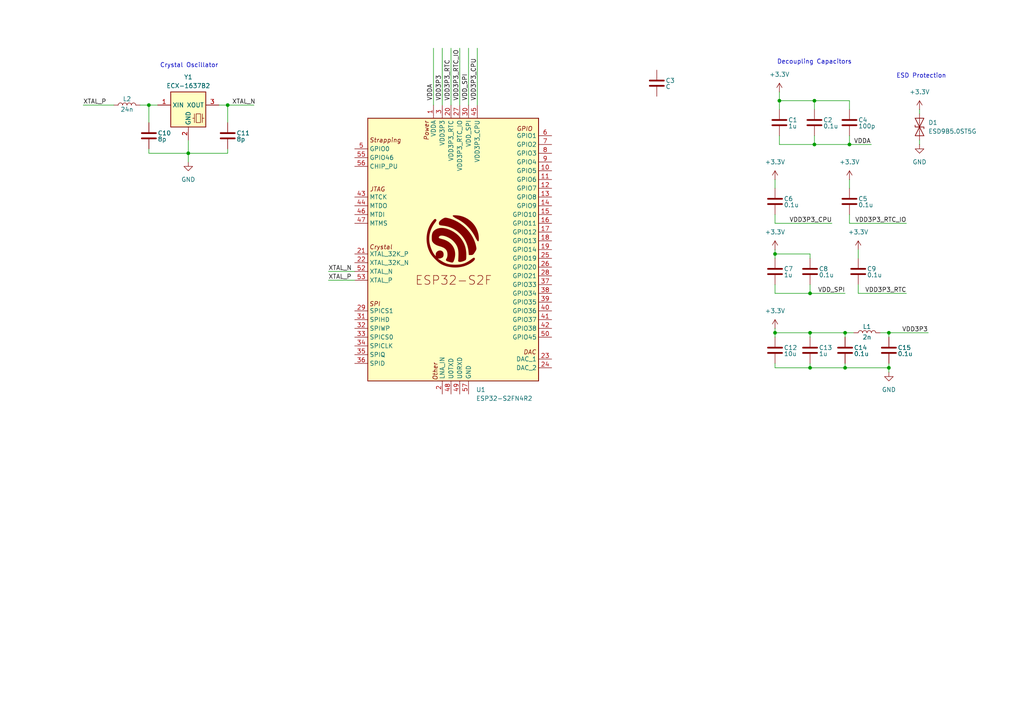
<source format=kicad_sch>
(kicad_sch
	(version 20231120)
	(generator "eeschema")
	(generator_version "8.0")
	(uuid "d3ba2ed6-c1cc-4157-bfb3-8ceacced5d07")
	(paper "A4")
	(lib_symbols
		(symbol "AA_Crystals:ECX-1637B2"
			(exclude_from_sim no)
			(in_bom yes)
			(on_board yes)
			(property "Reference" "Y"
				(at -0.508 8.89 0)
				(effects
					(font
						(size 1.27 1.27)
					)
					(justify left top)
				)
			)
			(property "Value" "ECX-1637B2"
				(at -6.096 7.112 0)
				(effects
					(font
						(size 1.27 1.27)
					)
					(justify left top)
				)
			)
			(property "Footprint" "ECX1637B2"
				(at 44.196 -27.686 0)
				(effects
					(font
						(size 1.27 1.27)
					)
					(justify left top)
					(hide yes)
				)
			)
			(property "Datasheet" "https://ecsxtal.com/store/pdf/ECX-1637B2.pdf"
				(at 37.084 -53.848 0)
				(effects
					(font
						(size 1.27 1.27)
					)
					(justify left top)
					(hide yes)
				)
			)
			(property "Description" "25 MHz +/-10ppm Crystal 10pF 50 Ohms 4-SMD, No Lead"
				(at 87.376 -10.414 0)
				(effects
					(font
						(size 1.27 1.27)
					)
					(hide yes)
				)
			)
			(property "Height" "0.5"
				(at 47.752 14.224 0)
				(effects
					(font
						(size 1.27 1.27)
					)
					(justify left top)
					(hide yes)
				)
			)
			(property "Manufacturer_Name" "ECS"
				(at 62.738 -18.542 0)
				(effects
					(font
						(size 1.27 1.27)
					)
					(justify left top)
					(hide yes)
				)
			)
			(property "Manufacturer_Part_Number" "ECX-1637B2"
				(at 55.626 -44.704 0)
				(effects
					(font
						(size 1.27 1.27)
					)
					(justify left top)
					(hide yes)
				)
			)
			(property "Mouser Part Number" ""
				(at 116.84 -176.682 0)
				(effects
					(font
						(size 1.27 1.27)
					)
					(justify left top)
					(hide yes)
				)
			)
			(property "Mouser Price/Stock" ""
				(at 29.21 -794.92 0)
				(effects
					(font
						(size 1.27 1.27)
					)
					(justify left top)
					(hide yes)
				)
			)
			(property "Arrow Part Number" ""
				(at 29.21 -894.92 0)
				(effects
					(font
						(size 1.27 1.27)
					)
					(justify left top)
					(hide yes)
				)
			)
			(property "Arrow Price/Stock" ""
				(at 29.21 -994.92 0)
				(effects
					(font
						(size 1.27 1.27)
					)
					(justify left top)
					(hide yes)
				)
			)
			(symbol "ECX-1637B2_0_1"
				(polyline
					(pts
						(xy 1.778 -2.54) (xy 1.27 -2.54)
					)
					(stroke
						(width 0)
						(type default)
					)
					(fill
						(type none)
					)
				)
				(polyline
					(pts
						(xy 1.778 -1.27) (xy 1.778 -3.81)
					)
					(stroke
						(width 0)
						(type default)
					)
					(fill
						(type none)
					)
				)
				(polyline
					(pts
						(xy 4.064 -2.54) (xy 4.572 -2.54)
					)
					(stroke
						(width 0)
						(type default)
					)
					(fill
						(type none)
					)
				)
				(polyline
					(pts
						(xy 4.064 -1.27) (xy 4.064 -3.81)
					)
					(stroke
						(width 0)
						(type default)
					)
					(fill
						(type none)
					)
				)
				(polyline
					(pts
						(xy 2.286 -1.27) (xy 2.286 -3.81) (xy 3.556 -3.81) (xy 3.556 -1.27) (xy 2.286 -1.27)
					)
					(stroke
						(width 0)
						(type default)
					)
					(fill
						(type none)
					)
				)
			)
			(symbol "ECX-1637B2_1_1"
				(rectangle
					(start -5.08 5.08)
					(end 5.08 -5.08)
					(stroke
						(width 0.254)
						(type default)
					)
					(fill
						(type background)
					)
				)
				(pin passive line
					(at -8.89 1.27 0)
					(length 3.81)
					(name "XIN"
						(effects
							(font
								(size 1.27 1.27)
							)
						)
					)
					(number "1"
						(effects
							(font
								(size 1.27 1.27)
							)
						)
					)
				)
				(pin passive line
					(at 0 -8.89 90)
					(length 3.81)
					(name "GND"
						(effects
							(font
								(size 1.27 1.27)
							)
						)
					)
					(number "2"
						(effects
							(font
								(size 1.27 1.27)
							)
						)
					)
				)
				(pin passive line
					(at 8.89 1.27 180)
					(length 3.81)
					(name "XOUT"
						(effects
							(font
								(size 1.27 1.27)
							)
						)
					)
					(number "3"
						(effects
							(font
								(size 1.27 1.27)
							)
						)
					)
				)
				(pin passive line
					(at 0 -8.89 90)
					(length 3.81) hide
					(name "GND"
						(effects
							(font
								(size 1.27 1.27)
							)
						)
					)
					(number "4"
						(effects
							(font
								(size 1.27 1.27)
							)
						)
					)
				)
			)
		)
		(symbol "AA_MCUs:ESP32-S2FN4R2"
			(exclude_from_sim no)
			(in_bom yes)
			(on_board yes)
			(property "Reference" "U"
				(at 8.89 38.862 0)
				(effects
					(font
						(size 1.27 1.27)
					)
				)
			)
			(property "Value" "ESP32-S2FN4R2"
				(at 16.256 36.83 0)
				(effects
					(font
						(size 1.27 1.27)
					)
				)
			)
			(property "Footprint" ""
				(at 26.162 40.894 0)
				(effects
					(font
						(size 1.27 1.27)
					)
					(hide yes)
				)
			)
			(property "Datasheet" "https://www.espressif.com/sites/default/files/documentation/esp32-s2_datasheet_en.pdf"
				(at 88.392 27.178 0)
				(effects
					(font
						(size 1.27 1.27)
					)
					(hide yes)
				)
			)
			(property "Description" ""
				(at 26.162 40.894 0)
				(effects
					(font
						(size 1.27 1.27)
					)
					(hide yes)
				)
			)
			(symbol "ESP32-S2FN4R2_1_0"
				(polyline
					(pts
						(xy -0.1381 7.4249) (xy 0.1417 7.4097) (xy 0.4892 7.3825) (xy 0.803 7.349) (xy 1.1124 7.3017)
						(xy 1.4172 7.2408) (xy 1.717 7.1668) (xy 2.0114 7.08) (xy 2.3002 6.9806) (xy 2.5831 6.869) (xy 2.8597 6.7455)
						(xy 3.1297 6.6105) (xy 3.3929 6.4643) (xy 3.6487 6.3072) (xy 3.8971 6.1394) (xy 4.1375 5.9615)
						(xy 4.3698 5.7736) (xy 4.5936 5.5762) (xy 4.8086 5.3694) (xy 5.0143 5.1538) (xy 5.2107 4.9295)
						(xy 5.3972 4.6969) (xy 5.5737 4.4564) (xy 5.7397 4.2082) (xy 5.895 3.9527) (xy 6.0392 3.6903)
						(xy 6.172 3.4212) (xy 6.2931 3.1457) (xy 6.4022 2.8643) (xy 6.4989 2.5771) (xy 6.583 2.2847) (xy 6.6541 1.9872)
						(xy 6.7119 1.685) (xy 6.7561 1.3784) (xy 6.7863 1.0678) (xy 6.8012 0.7883) (xy 6.8061 0.5452)
						(xy 6.8011 0.3385) (xy 6.7948 0.2488) (xy 6.786 0.1682) (xy 6.7748 0.0966) (xy 6.761 0.0342) (xy 6.7447 -0.0191)
						(xy 6.7258 -0.0633) (xy 6.7045 -0.0985) (xy 6.6807 -0.1245) (xy 6.6543 -0.1415) (xy 6.6254 -0.1493)
						(xy 6.5939 -0.1481) (xy 6.5599 -0.1378) (xy 6.5234 -0.1183) (xy 6.4843 -0.0898) (xy 6.4427 -0.0522)
						(xy 6.3986 -0.0055) (xy 6.3519 0.0503) (xy 6.3026 0.1153) (xy 6.1964 0.2723) (xy 6.08 0.4658)
						(xy 5.9532 0.6957) (xy 5.8162 0.9619) (xy 5.5838 1.4113) (xy 5.3367 1.8465) (xy 5.0747 2.2677)
						(xy 4.7981 2.6745) (xy 4.5067 3.0672) (xy 4.2008 3.4455) (xy 3.8802 3.8094) (xy 3.5452 4.159)
						(xy 3.1956 4.494) (xy 2.8317 4.8146) (xy 2.4534 5.1205) (xy 2.0607 5.4119) (xy 1.6538 5.6885)
						(xy 1.2327 5.9505) (xy 0.7975 6.1976) (xy 0.3481 6.43) (xy 0.2339 6.487) (xy 0.1231 6.5451) (xy 0.0163 6.6041)
						(xy -0.086 6.6634) (xy -0.1832 6.7226) (xy -0.2748 6.7813) (xy -0.3603 6.8389) (xy -0.439 6.8952)
						(xy -0.5106 6.9496) (xy -0.5743 7.0017) (xy -0.6297 7.051) (xy -0.6763 7.0972) (xy -0.6961 7.119)
						(xy -0.7135 7.1398) (xy -0.7284 7.1596) (xy -0.7407 7.1783) (xy -0.7504 7.1959) (xy -0.7574 7.2123)
						(xy -0.7617 7.2275) (xy -0.7631 7.2414) (xy -0.7603 7.2759) (xy -0.7513 7.3067) (xy -0.7352 7.334)
						(xy -0.7113 7.3577) (xy -0.6787 7.3778) (xy -0.6366 7.3945) (xy -0.5842 7.4078) (xy -0.5206 7.4178)
						(xy -0.445 7.4244) (xy -0.3566 7.4277) (xy -0.2546 7.4279) (xy -0.1381 7.4249)
					)
					(stroke
						(width -0.0001)
						(type solid)
					)
					(fill
						(type outline)
					)
				)
				(polyline
					(pts
						(xy -2.7352 6.7026) (xy -2.6227 6.6904) (xy -2.4987 6.671) (xy -2.3614 6.6444) (xy -2.2091 6.6106)
						(xy -2.0401 6.5695) (xy -1.6451 6.4653) (xy -1.3087 6.3688) (xy -0.9747 6.2585) (xy -0.3149 5.9976)
						(xy 0.3308 5.686) (xy 0.9594 5.327) (xy 1.5675 4.924) (xy 2.1519 4.4803) (xy 2.7093 3.9992) (xy 3.2365 3.4843)
						(xy 3.7302 2.9387) (xy 4.1871 2.3659) (xy 4.6041 1.7693) (xy 4.9778 1.1521) (xy 5.305 0.5178)
						(xy 5.5824 -0.1304) (xy 5.8068 -0.789) (xy 5.8981 -1.1211) (xy 5.9749 -1.4546) (xy 6.038 -1.7671)
						(xy 6.0615 -1.8984) (xy 6.0791 -2.0163) (xy 6.0903 -2.1233) (xy 6.0946 -2.2217) (xy 6.094 -2.2685)
						(xy 6.0916 -2.314) (xy 6.0872 -2.3587) (xy 6.0808 -2.4027) (xy 6.0723 -2.4464) (xy 6.0617 -2.4901)
						(xy 6.0489 -2.5341) (xy 6.0338 -2.5787) (xy 5.9968 -2.671) (xy 5.9501 -2.7693) (xy 5.8933 -2.876)
						(xy 5.8259 -2.9937) (xy 5.6574 -3.2714) (xy 5.575 -3.403) (xy 5.4989 -3.5205) (xy 5.4283 -3.6246)
						(xy 5.362 -3.7162) (xy 5.299 -3.7961) (xy 5.2684 -3.8318) (xy 5.2382 -3.8649) (xy 5.2084 -3.8954)
						(xy 5.1787 -3.9234) (xy 5.1491 -3.9491) (xy 5.1194 -3.9726) (xy 5.0895 -3.9938) (xy 5.0593 -4.013)
						(xy 5.0286 -4.0302) (xy 4.9973 -4.0455) (xy 4.9653 -4.0591) (xy 4.9325 -4.0709) (xy 4.8986 -4.0812)
						(xy 4.8637 -4.09) (xy 4.8275 -4.0973) (xy 4.7899 -4.1034) (xy 4.7102 -4.1121) (xy 4.6234 -4.1167)
						(xy 4.5285 -4.1181) (xy 3.9112 -4.1181) (xy 3.7877 -2.9716) (xy 3.7449 -2.6195) (xy 3.6863 -2.2714)
						(xy 3.6123 -1.9275) (xy 3.5231 -1.5884) (xy 3.4194 -1.2544) (xy 3.3013 -0.9258) (xy 3.1694 -0.6032)
						(xy 3.024 -0.2869) (xy 2.8655 0.0228) (xy 2.6942 0.3253) (xy 2.5107 0.6204) (xy 2.3152 0.9076)
						(xy 2.1082 1.1865) (xy 1.8901 1.4567) (xy 1.6612 1.7179) (xy 1.4219 1.9695) (xy 1.1726 2.2113)
						(xy 0.9138 2.4429) (xy 0.6458 2.6638) (xy 0.369 2.8736) (xy 0.0837 3.0719) (xy -0.2095 3.2584)
						(xy -0.5104 3.4327) (xy -0.8185 3.5942) (xy -1.1335 3.7428) (xy -1.4549 3.8779) (xy -1.7824 3.9991)
						(xy -2.1156 4.1062) (xy -2.454 4.1985) (xy -2.7974 4.2759) (xy -3.1452 4.3378) (xy -3.4972 4.3839)
						(xy -3.7058 4.409) (xy -3.8896 4.4321) (xy -4.0503 4.4541) (xy -4.1895 4.4756) (xy -4.2515 4.4866)
						(xy -4.3088 4.4977) (xy -4.3616 4.5093) (xy -4.41 4.5212) (xy -4.4542 4.5337) (xy -4.4946 4.5469)
						(xy -4.5312 4.5609) (xy -4.5643 4.5757) (xy -4.5941 4.5915) (xy -4.6208 4.6084) (xy -4.6446 4.6265)
						(xy -4.6657 4.6459) (xy -4.6844 4.6667) (xy -4.7007 4.689) (xy -4.715 4.7129) (xy -4.7275 4.7386)
						(xy -4.7383 4.7661) (xy -4.7476 4.7955) (xy -4.7557 4.827) (xy -4.7628 4.8606) (xy -4.7746 4.9348)
						(xy -4.7848 5.0189) (xy -4.7899 5.1107) (xy -4.7852 5.2012) (xy -4.7704 5.2906) (xy -4.7451 5.3794)
						(xy -4.7091 5.4677) (xy -4.662 5.5559) (xy -4.6036 5.6443) (xy -4.5334 5.7332) (xy -4.4513 5.823)
						(xy -4.3569 5.9139) (xy -4.2499 6.0062) (xy -4.13 6.1003) (xy -3.9968 6.1965) (xy -3.8501 6.2951)
						(xy -3.6895 6.3963) (xy -3.5148 6.5005) (xy -3.4281 6.5501) (xy -3.3455 6.5931) (xy -3.2652 6.6293)
						(xy -3.1854 6.6587) (xy -3.1046 6.6814) (xy -3.0209 6.6971) (xy -2.9326 6.7059) (xy -2.8379 6.7078)
						(xy -2.7352 6.7026)
					)
					(stroke
						(width -0.0001)
						(type solid)
					)
					(fill
						(type outline)
					)
				)
				(polyline
					(pts
						(xy -5.842 6.35) (xy -5.8181 6.3459) (xy -5.7943 6.3391) (xy -5.7704 6.3297) (xy -5.7463 6.3176)
						(xy -5.7218 6.3031) (xy -5.6969 6.286) (xy -5.6714 6.2665) (xy -5.6452 6.2447) (xy -5.6181 6.2205)
						(xy -5.5609 6.1654) (xy -5.537 6.1381) (xy -5.5181 6.1088) (xy -5.5106 6.0933) (xy -5.5044 6.0773)
						(xy -5.4996 6.0606) (xy -5.4961 6.0433) (xy -5.494 6.0253) (xy -5.4933 6.0065) (xy -5.4961 5.9666)
						(xy -5.5046 5.9234) (xy -5.519 5.8766) (xy -5.5394 5.8258) (xy -5.5659 5.7708) (xy -5.5987 5.7113)
						(xy -5.6378 5.647) (xy -5.6835 5.5776) (xy -5.7357 5.5029) (xy -5.7948 5.4226) (xy -5.8608 5.3364)
						(xy -6.1098 5.0033) (xy -6.3407 4.6598) (xy -6.5532 4.307) (xy -6.7469 3.9459) (xy -6.9214 3.5777)
						(xy -7.0765 3.2035) (xy -7.2118 2.8243) (xy -7.327 2.4414) (xy -7.4217 2.0557) (xy -7.4956 1.6685)
						(xy -7.5484 1.2809) (xy -7.5797 0.8938) (xy -7.5892 0.5086) (xy -7.5766 0.1262) (xy -7.5415 -0.2522)
						(xy -7.4836 -0.6256) (xy -7.4365 -0.8559) (xy -7.3816 -1.0895) (xy -7.3195 -1.3252) (xy -7.2504 -1.5618)
						(xy -7.1749 -1.7981) (xy -7.0935 -2.0329) (xy -7.0066 -2.265) (xy -6.9147 -2.4931) (xy -6.8182 -2.716)
						(xy -6.7177 -2.9326) (xy -6.6136 -3.1415) (xy -6.5062 -3.3417) (xy -6.3963 -3.5318) (xy -6.284 -3.7107)
						(xy -6.1701 -3.8771) (xy -6.0548 -4.0299) (xy -5.702 -4.4709) (xy -5.702 -3.977) (xy -5.6984 -3.8856)
						(xy -5.6878 -3.7969) (xy -5.6705 -3.711) (xy -5.6468 -3.628) (xy -5.6171 -3.5481) (xy -5.5817 -3.4713)
						(xy -5.5409 -3.398) (xy -5.495 -3.3282) (xy -5.4445 -3.262) (xy -5.3895 -3.1997) (xy -5.3304 -3.1414)
						(xy -5.2676 -3.0871) (xy -5.2014 -3.0371) (xy -5.1321 -2.9915) (xy -5.06 -2.9505) (xy -4.9854 -2.9142)
						(xy -4.9088 -2.8828) (xy -4.8303 -2.8563) (xy -4.7504 -2.8351) (xy -4.6694 -2.8191) (xy -4.5875 -2.8085)
						(xy -4.5051 -2.8036) (xy -4.4226 -2.8044) (xy -4.3402 -2.8111) (xy -4.2584 -2.8239) (xy -4.1773 -2.8429)
						(xy -4.0974 -2.8682) (xy -4.019 -2.9) (xy -3.9424 -2.9384) (xy -3.8678 -2.9836) (xy -3.7958 -3.0358)
						(xy -3.7265 -3.095) (xy -3.6896 -3.1314) (xy -3.655 -3.171) (xy -3.6226 -3.2136) (xy -3.5926 -3.2589)
						(xy -3.5649 -3.3069) (xy -3.5394 -3.3571) (xy -3.5163 -3.4095) (xy -3.4955 -3.4638) (xy -3.477 -3.5198)
						(xy -3.4609 -3.5773) (xy -3.4356 -3.6959) (xy -3.4198 -3.818) (xy -3.4134 -3.9417) (xy -3.4165 -4.0654)
						(xy -3.4292 -4.1875) (xy -3.4514 -4.3061) (xy -3.4662 -4.3636) (xy -3.4834 -4.4196) (xy -3.503 -4.4739)
						(xy -3.525 -4.5263) (xy -3.5495 -4.5765) (xy -3.5765 -4.6244) (xy -3.6059 -4.6698) (xy -3.6377 -4.7124)
						(xy -3.672 -4.752) (xy -3.7088 -4.7884) (xy -3.7441 -4.815) (xy -3.7836 -4.8418) (xy -3.8268 -4.8687)
						(xy -3.8734 -4.8953) (xy -3.923 -4.9215) (xy -3.9752 -4.9471) (xy -4.0296 -4.9719) (xy -4.0859 -4.9956)
						(xy -4.1436 -5.0181) (xy -4.2023 -5.0392) (xy -4.2618 -5.0586) (xy -4.3215 -5.0761) (xy -4.3811 -5.0916)
						(xy -4.4403 -5.1048) (xy -4.4985 -5.1155) (xy -4.5555 -5.1235) (xy -5.0847 -5.1764) (xy -4.2027 -5.7409)
						(xy -3.9323 -5.908) (xy -3.6752 -6.0593) (xy -3.4287 -6.1956) (xy -3.1904 -6.3174) (xy -2.9578 -6.4257)
						(xy -2.7284 -6.521) (xy -2.4996 -6.6041) (xy -2.2691 -6.6757) (xy -2.0341 -6.7366) (xy -1.7924 -6.7875)
						(xy -1.5412 -6.829) (xy -1.2782 -6.862) (xy -1.0009 -6.8872) (xy -0.7067 -6.9052) (xy -0.3931 -6.9168)
						(xy -0.0576 -6.9227) (xy 0.2999 -6.9182) (xy 0.6393 -6.9046) (xy 0.9624 -6.8813) (xy 1.2708 -6.8477)
						(xy 1.5665 -6.8034) (xy 1.8511 -6.7478) (xy 2.1265 -6.6804) (xy 2.3942 -6.6008) (xy 2.6562 -6.5083)
						(xy 2.9142 -6.4025) (xy 3.1698 -6.2828) (xy 3.425 -6.1488) (xy 3.6814 -5.9998) (xy 3.9408 -5.8355)
						(xy 4.205 -5.6553) (xy 4.4756 -5.4586) (xy 4.6141 -5.3523) (xy 4.739 -5.2581) (xy 4.8514 -5.1756)
						(xy 4.9521 -5.1045) (xy 4.9985 -5.0731) (xy 5.0423 -5.0444) (xy 5.0836 -5.0184) (xy 5.1227 -4.9951)
						(xy 5.1596 -4.9744) (xy 5.1944 -4.9562) (xy 5.2273 -4.9405) (xy 5.2583 -4.9273) (xy 5.2877 -4.9165)
						(xy 5.3154 -4.9081) (xy 5.3417 -4.902) (xy 5.3667 -4.8983) (xy 5.3904 -4.8968) (xy 5.413 -4.8975)
						(xy 5.4346 -4.9004) (xy 5.4554 -4.9055) (xy 5.4754 -4.9126) (xy 5.4948 -4.9218) (xy 5.5136 -4.933)
						(xy 5.5321 -4.9462) (xy 5.5503 -4.9613) (xy 5.5684 -4.9782) (xy 5.5864 -4.9971) (xy 5.6045 -5.0177)
						(xy 5.6269 -5.0484) (xy 5.6447 -5.0808) (xy 5.6577 -5.1151) (xy 5.6662 -5.151) (xy 5.67 -5.1886)
						(xy 5.6694 -5.2278) (xy 5.6642 -5.2685) (xy 5.6547 -5.3106) (xy 5.6407 -5.3542) (xy 5.6224 -5.3992)
						(xy 5.5729 -5.493) (xy 5.5065 -5.5916) (xy 5.4237 -5.6946) (xy 5.3248 -5.8015) (xy 5.21 -5.9118)
						(xy 5.0799 -6.0253) (xy 4.9348 -6.1413) (xy 4.775 -6.2595) (xy 4.6008 -6.3795) (xy 4.4127 -6.5007)
						(xy 4.211 -6.6228) (xy 3.754 -6.8717) (xy 3.2776 -7.0891) (xy 2.7843 -7.2751) (xy 2.2765 -7.4295)
						(xy 1.7569 -7.5524) (xy 1.228 -7.6438) (xy 0.6921 -7.7036) (xy 0.1519 -7.7318) (xy -0.3902 -7.7284)
						(xy -0.9316 -7.6934) (xy -1.4699 -7.6266) (xy -2.0025 -7.5282) (xy -2.527 -7.398) (xy -3.0408 -7.2361)
						(xy -3.5414 -7.0424) (xy -4.0263 -6.8168) (xy -4.2161 -6.7081) (xy -4.4197 -6.5754) (xy -4.6347 -6.4213)
						(xy -4.8584 -6.2483) (xy -5.0882 -6.0588) (xy -5.3214 -5.8553) (xy -5.5556 -5.6405) (xy -5.788 -5.4167)
						(xy -6.0161 -5.1866) (xy -6.2372 -4.9525) (xy -6.4488 -4.7171) (xy -6.6482 -4.4827) (xy -6.8328 -4.252)
						(xy -7 -4.0274) (xy -7.1473 -3.8114) (xy -7.2719 -3.6066) (xy -7.563 -3.0468) (xy -7.8081 -2.4677)
						(xy -8.0075 -1.8728) (xy -8.1615 -1.2655) (xy -8.2705 -0.6494) (xy -8.3348 -0.0279) (xy -8.3546 0.5957)
						(xy -8.3302 1.2177) (xy -8.2621 1.8347) (xy -8.1504 2.4434) (xy -7.9955 3.0401) (xy -7.7977 3.6215)
						(xy -7.5574 4.1841) (xy -7.2748 4.7244) (xy -6.9502 5.239) (xy -6.7723 5.4856) (xy -6.584 5.7244)
						(xy -6.4771 5.8491) (xy -6.3808 5.959) (xy -6.2941 6.0543) (xy -6.2539 6.0967) (xy -6.2158 6.1356)
						(xy -6.1795 6.1711) (xy -6.1449 6.2033) (xy -6.1119 6.2321) (xy -6.0804 6.2577) (xy -6.0503 6.2801)
						(xy -6.0213 6.2993) (xy -5.9935 6.3155) (xy -5.9666 6.3285) (xy -5.9405 6.3386) (xy -5.9152 6.3458)
						(xy -5.8904 6.35) (xy -5.866 6.3514) (xy -5.842 6.35)
					)
					(stroke
						(width -0.0001)
						(type solid)
					)
					(fill
						(type outline)
					)
				)
				(polyline
					(pts
						(xy -3.756 3.7285) (xy -3.5098 3.7079) (xy -3.2599 3.675) (xy -3.0068 3.63) (xy -2.7513 3.5731)
						(xy -2.2355 3.425) (xy -1.7178 3.2329) (xy -1.2037 2.9991) (xy -0.6985 2.7257) (xy -0.2074 2.4151)
						(xy 0.2641 2.0693) (xy 0.7106 1.6907) (xy 0.9229 1.4897) (xy 1.1269 1.2814) (xy 1.3221 1.066)
						(xy 1.5077 0.8437) (xy 1.683 0.6149) (xy 1.8474 0.3798) (xy 2.0346 0.0902) (xy 2.2059 -0.1976)
						(xy 2.3619 -0.485) (xy 2.5028 -0.7736) (xy 2.6291 -1.0647) (xy 2.741 -1.3599) (xy 2.839 -1.6606)
						(xy 2.9234 -1.9683) (xy 2.9946 -2.2845) (xy 3.0529 -2.6107) (xy 3.0987 -2.9482) (xy 3.1323 -3.2987)
						(xy 3.1542 -3.6635) (xy 3.1646 -4.0442) (xy 3.164 -4.4422) (xy 3.1527 -4.8589) (xy 3.1459 -4.9807)
						(xy 3.1381 -5.0888) (xy 3.1282 -5.1846) (xy 3.1152 -5.2693) (xy 3.1072 -5.3079) (xy 3.0981 -5.3442)
						(xy 3.0877 -5.3783) (xy 3.0758 -5.4105) (xy 3.0624 -5.4409) (xy 3.0473 -5.4696) (xy 3.0304 -5.4967)
						(xy 3.0116 -5.5226) (xy 2.9907 -5.5472) (xy 2.9676 -5.5708) (xy 2.9422 -5.5936) (xy 2.9143 -5.6156)
						(xy 2.8838 -5.6371) (xy 2.8507 -5.6582) (xy 2.7757 -5.6998) (xy 2.6883 -5.7417) (xy 2.5874 -5.7852)
						(xy 2.4721 -5.8315) (xy 2.3413 -5.882) (xy 2.2497 -5.917) (xy 2.1603 -5.9492) (xy 2.0731 -5.9786)
						(xy 1.9882 -6.0053) (xy 1.9055 -6.0293) (xy 1.8253 -6.0506) (xy 1.7476 -6.0692) (xy 1.6724 -6.0851)
						(xy 1.5998 -6.0983) (xy 1.5299 -6.1089) (xy 1.4628 -6.1169) (xy 1.3984 -6.1223) (xy 1.337 -6.125)
						(xy 1.2784 -6.1252) (xy 1.2229 -6.1228) (xy 1.1705 -6.1179) (xy 1.1213 -6.1104) (xy 1.0752 -6.1004)
						(xy 1.0325 -6.088) (xy 0.9931 -6.073) (xy 0.9571 -6.0556) (xy 0.9246 -6.0357) (xy 0.8957 -6.0134)
						(xy 0.8704 -5.9886) (xy 0.8488 -5.9615) (xy 0.831 -5.932) (xy 0.8169 -5.9001) (xy 0.8068 -5.8658)
						(xy 0.8007 -5.8292) (xy 0.7986 -5.7903) (xy 0.8006 -5.7491) (xy 0.8067 -5.7056) (xy 0.8199 -5.6059)
						(xy 0.8329 -5.4573) (xy 0.8574 -5.0419) (xy 0.8787 -4.5174) (xy 0.8949 -3.9417) (xy 0.8938 -3.642)
						(xy 0.8835 -3.357) (xy 0.8636 -3.0856) (xy 0.8335 -2.8263) (xy 0.7927 -2.5779) (xy 0.7408 -2.339)
						(xy 0.6773 -2.1083) (xy 0.6017 -1.8846) (xy 0.5134 -1.6664) (xy 0.4121 -1.4524) (xy 0.2972 -1.2415)
						(xy 0.1681 -1.0321) (xy 0.0246 -0.8231) (xy -0.1341 -0.613) (xy -0.3083 -0.4006) (xy -0.4986 -0.1846)
						(xy -0.6132 -0.062) (xy -0.735 0.0576) (xy -0.8635 0.174) (xy -0.998 0.287) (xy -1.2825 0.5019)
						(xy -1.5836 0.7006) (xy -1.8964 0.8816) (xy -2.216 1.0432) (xy -2.5373 1.1837) (xy -2.8555 1.3015)
						(xy -3.1657 1.3948) (xy -3.4629 1.4621) (xy -3.6051 1.4855) (xy -3.7421 1.5018) (xy -3.8735 1.5107)
						(xy -3.9985 1.512) (xy -4.1166 1.5056) (xy -4.2271 1.4913) (xy -4.3294 1.4688) (xy -4.4229 1.4379)
						(xy -4.507 1.3984) (xy -4.5811 1.3502) (xy -4.6445 1.2929) (xy -4.6966 1.2265) (xy -4.7419 1.1573)
						(xy -4.7778 1.0948) (xy -4.8033 1.0381) (xy -4.8118 1.0117) (xy -4.8173 0.9864) (xy -4.8197 0.9623)
						(xy -4.8187 0.939) (xy -4.8143 0.9167) (xy -4.8064 0.895) (xy -4.7947 0.8741) (xy -4.7793 0.8537)
						(xy -4.7598 0.8338) (xy -4.7363 0.8142) (xy -4.6764 0.7757) (xy -4.5984 0.7375) (xy -4.5013 0.6987)
						(xy -4.3841 0.6585) (xy -4.2455 0.6161) (xy -4.0846 0.5708) (xy -3.6912 0.468) (xy -3.4291 0.3934)
						(xy -3.1755 0.3086) (xy -2.9305 0.214) (xy -2.6942 0.1098) (xy -2.4669 -0.0036) (xy -2.2488 -0.126)
						(xy -2.0399 -0.2571) (xy -1.8405 -0.3966) (xy -1.6507 -0.5441) (xy -1.4708 -0.6994) (xy -1.3008 -0.8623)
						(xy -1.141 -1.0323) (xy -0.9915 -1.2093) (xy -0.8524 -1.3929) (xy -0.7241 -1.5828) (xy -0.6066 -1.7787)
						(xy -0.5001 -1.9804) (xy -0.4048 -2.1875) (xy -0.3208 -2.3998) (xy -0.2483 -2.6169) (xy -0.1876 -2.8386)
						(xy -0.1387 -3.0645) (xy -0.1018 -3.2944) (xy -0.0771 -3.528) (xy -0.0649 -3.765) (xy -0.0651 -4.0051)
						(xy -0.0781 -4.2479) (xy -0.104 -4.4933) (xy -0.1429 -4.7409) (xy -0.1951 -4.9904) (xy -0.2607 -5.2415)
						(xy -0.3398 -5.4939) (xy -0.3934 -5.6524) (xy -0.4431 -5.7911) (xy -0.4906 -5.9108) (xy -0.5377 -6.0123)
						(xy -0.5617 -6.0566) (xy -0.5863 -6.0967) (xy -0.6116 -6.1326) (xy -0.6381 -6.1646) (xy -0.6658 -6.1926)
						(xy -0.695 -6.2169) (xy -0.7259 -6.2375) (xy -0.7587 -6.2546) (xy -0.7937 -6.2682) (xy -0.8312 -6.2784)
						(xy -0.8712 -6.2854) (xy -0.9141 -6.2892) (xy -0.9601 -6.29) (xy -1.0093 -6.2879) (xy -1.0621 -6.2829)
						(xy -1.1187 -6.2753) (xy -1.2439 -6.2522) (xy -1.3869 -6.2196) (xy -1.5494 -6.1782) (xy -1.7333 -6.1289)
						(xy -1.918 -6.0771) (xy -2.0822 -6.0271) (xy -2.2266 -5.9783) (xy -2.2915 -5.9541) (xy -2.3517 -5.9299)
						(xy -2.4073 -5.9057) (xy -2.4583 -5.8813) (xy -2.5048 -5.8568) (xy -2.5469 -5.8319) (xy -2.5846 -5.8066)
						(xy -2.6181 -5.7809) (xy -2.6474 -5.7546) (xy -2.6725 -5.7276) (xy -2.6937 -5.7) (xy -2.7109 -5.6715)
						(xy -2.7242 -5.6421) (xy -2.7337 -5.6118) (xy -2.7395 -5.5804) (xy -2.7417 -5.5479) (xy -2.7403 -5.5141)
						(xy -2.7354 -5.479) (xy -2.7271 -5.4426) (xy -2.7154 -5.4046) (xy -2.7005 -5.3651) (xy -2.6825 -5.3239)
						(xy -2.6613 -5.281) (xy -2.6371 -5.2363) (xy -2.61 -5.1897) (xy -2.5799 -5.1411) (xy -2.5432 -5.0829)
						(xy -2.509 -5.021) (xy -2.4484 -4.8868) (xy -2.3979 -4.7405) (xy -2.3575 -4.5844) (xy -2.3272 -4.4204)
						(xy -2.3068 -4.2506) (xy -2.2962 -4.0772) (xy -2.2955 -3.902) (xy -2.3045 -3.7273) (xy -2.3231 -3.555)
						(xy -2.3513 -3.3873) (xy -2.3889 -3.2262) (xy -2.436 -3.0738) (xy -2.4924 -2.9321) (xy -2.558 -2.8033)
						(xy -2.5943 -2.7443) (xy -2.6329 -2.6893) (xy -2.7103 -2.5898) (xy -2.7913 -2.496) (xy -2.8766 -2.4073)
						(xy -2.9674 -2.3233) (xy -3.0647 -2.2435) (xy -3.1693 -2.1672) (xy -3.2822 -2.094) (xy -3.4046 -2.0235)
						(xy -3.5372 -1.955) (xy -3.6812 -1.888) (xy -3.8375 -1.8221) (xy -4.007 -1.7567) (xy -4.1909 -1.6913)
						(xy -4.3899 -1.6253) (xy -4.8377 -1.4899) (xy -4.9497 -1.4554) (xy -5.0606 -1.4181) (xy -5.1701 -1.3781)
						(xy -5.2779 -1.3355) (xy -5.3837 -1.2905) (xy -5.4873 -1.2431) (xy -5.5883 -1.1934) (xy -5.6866 -1.1415)
						(xy -5.7817 -1.0876) (xy -5.8735 -1.0317) (xy -5.9616 -0.9739) (xy -6.0457 -0.9144) (xy -6.1256 -0.8533)
						(xy -6.201 -0.7905) (xy -6.2715 -0.7264) (xy -6.337 -0.6609) (xy -6.4183 -0.5748) (xy -6.4907 -0.4941)
						(xy -6.5545 -0.4172) (xy -6.6104 -0.3423) (xy -6.6589 -0.2678) (xy -6.7004 -0.1921) (xy -6.7355 -0.1134)
						(xy -6.7648 -0.0303) (xy -6.7886 0.0591) (xy -6.8076 0.1563) (xy -6.8223 0.263) (xy -6.8331 0.3809)
						(xy -6.8406 0.5116) (xy -6.8454 0.6568) (xy -6.8486 0.9972) (xy -6.8443 1.234) (xy -6.8315 1.4555)
						(xy -6.8216 1.5608) (xy -6.8095 1.6626) (xy -6.795 1.7609) (xy -6.778 1.856) (xy -6.7586 1.9478)
						(xy -6.7366 2.0366) (xy -6.712 2.1223) (xy -6.6848 2.2052) (xy -6.655 2.2852) (xy -6.6223 2.3626)
						(xy -6.5869 2.4374) (xy -6.5487 2.5097) (xy -6.5075 2.5797) (xy -6.4635 2.6473) (xy -6.4164 2.7128)
						(xy -6.3662 2.7762) (xy -6.313 2.8377) (xy -6.2566 2.8973) (xy -6.197 2.9551) (xy -6.1342 3.0113)
						(xy -6.068 3.066) (xy -5.9985 3.1192) (xy -5.9256 3.171) (xy -5.8492 3.2216) (xy -5.7693 3.2711)
						(xy -5.6858 3.3195) (xy -5.508 3.4137) (xy -5.3163 3.5022) (xy -5.1155 3.5762) (xy -4.9062 3.6357)
						(xy -4.6891 3.6813) (xy -4.4649 3.713) (xy -4.2342 3.7313) (xy -3.9976 3.7364) (xy -3.756 3.7285)
					)
					(stroke
						(width -0.0001)
						(type solid)
					)
					(fill
						(type outline)
					)
				)
				(pin power_in line
					(at -6.35 39.37 270)
					(length 3.81)
					(name "VDDA"
						(effects
							(font
								(size 1.27 1.27)
							)
						)
					)
					(number "1"
						(effects
							(font
								(size 1.27 1.27)
							)
						)
					)
				)
				(pin bidirectional line
					(at 27.94 20.32 180)
					(length 3.81)
					(name "GPIO5"
						(effects
							(font
								(size 1.27 1.27)
							)
						)
					)
					(number "10"
						(effects
							(font
								(size 1.27 1.27)
							)
						)
					)
				)
				(pin bidirectional line
					(at 27.94 17.78 180)
					(length 3.81)
					(name "GPIO6"
						(effects
							(font
								(size 1.27 1.27)
							)
						)
					)
					(number "11"
						(effects
							(font
								(size 1.27 1.27)
							)
						)
					)
				)
				(pin bidirectional line
					(at 27.94 15.24 180)
					(length 3.81)
					(name "GPIO7"
						(effects
							(font
								(size 1.27 1.27)
							)
						)
					)
					(number "12"
						(effects
							(font
								(size 1.27 1.27)
							)
						)
					)
				)
				(pin bidirectional line
					(at 27.94 12.7 180)
					(length 3.81)
					(name "GPIO8"
						(effects
							(font
								(size 1.27 1.27)
							)
						)
					)
					(number "13"
						(effects
							(font
								(size 1.27 1.27)
							)
						)
					)
				)
				(pin bidirectional line
					(at 27.94 10.16 180)
					(length 3.81)
					(name "GPIO9"
						(effects
							(font
								(size 1.27 1.27)
							)
						)
					)
					(number "14"
						(effects
							(font
								(size 1.27 1.27)
							)
						)
					)
				)
				(pin bidirectional line
					(at 27.94 7.62 180)
					(length 3.81)
					(name "GPIO10"
						(effects
							(font
								(size 1.27 1.27)
							)
						)
					)
					(number "15"
						(effects
							(font
								(size 1.27 1.27)
							)
						)
					)
				)
				(pin bidirectional line
					(at 27.94 5.08 180)
					(length 3.81)
					(name "GPIO11"
						(effects
							(font
								(size 1.27 1.27)
							)
						)
					)
					(number "16"
						(effects
							(font
								(size 1.27 1.27)
							)
						)
					)
				)
				(pin bidirectional line
					(at 27.94 2.54 180)
					(length 3.81)
					(name "GPIO12"
						(effects
							(font
								(size 1.27 1.27)
							)
						)
					)
					(number "17"
						(effects
							(font
								(size 1.27 1.27)
							)
						)
					)
				)
				(pin bidirectional line
					(at 27.94 0 180)
					(length 3.81)
					(name "GPIO13"
						(effects
							(font
								(size 1.27 1.27)
							)
						)
					)
					(number "18"
						(effects
							(font
								(size 1.27 1.27)
							)
						)
					)
				)
				(pin bidirectional line
					(at 27.94 -2.54 180)
					(length 3.81)
					(name "GPIO14"
						(effects
							(font
								(size 1.27 1.27)
							)
						)
					)
					(number "19"
						(effects
							(font
								(size 1.27 1.27)
							)
						)
					)
				)
				(pin bidirectional line
					(at -3.81 -44.45 90)
					(length 3.81)
					(name "LNA_IN"
						(effects
							(font
								(size 1.27 1.27)
							)
						)
					)
					(number "2"
						(effects
							(font
								(size 1.27 1.27)
							)
						)
					)
				)
				(pin power_in line
					(at -1.27 39.37 270)
					(length 3.81)
					(name "VDD3P3_RTC"
						(effects
							(font
								(size 1.27 1.27)
							)
						)
					)
					(number "20"
						(effects
							(font
								(size 1.27 1.27)
							)
						)
					)
				)
				(pin bidirectional line
					(at -29.21 -3.81 0)
					(length 3.81)
					(name "XTAL_32K_P"
						(effects
							(font
								(size 1.27 1.27)
							)
						)
					)
					(number "21"
						(effects
							(font
								(size 1.27 1.27)
							)
						)
					)
				)
				(pin bidirectional line
					(at -29.21 -6.35 0)
					(length 3.81)
					(name "XTAL_32K_N"
						(effects
							(font
								(size 1.27 1.27)
							)
						)
					)
					(number "22"
						(effects
							(font
								(size 1.27 1.27)
							)
						)
					)
				)
				(pin bidirectional line
					(at 27.94 -34.29 180)
					(length 3.81)
					(name "DAC_1"
						(effects
							(font
								(size 1.27 1.27)
							)
						)
					)
					(number "23"
						(effects
							(font
								(size 1.27 1.27)
							)
						)
					)
				)
				(pin bidirectional line
					(at 27.94 -36.83 180)
					(length 3.81)
					(name "DAC_2"
						(effects
							(font
								(size 1.27 1.27)
							)
						)
					)
					(number "24"
						(effects
							(font
								(size 1.27 1.27)
							)
						)
					)
				)
				(pin bidirectional line
					(at 27.94 -5.08 180)
					(length 3.81)
					(name "GPIO19"
						(effects
							(font
								(size 1.27 1.27)
							)
						)
					)
					(number "25"
						(effects
							(font
								(size 1.27 1.27)
							)
						)
					)
				)
				(pin bidirectional line
					(at 27.94 -7.62 180)
					(length 3.81)
					(name "GPIO20"
						(effects
							(font
								(size 1.27 1.27)
							)
						)
					)
					(number "26"
						(effects
							(font
								(size 1.27 1.27)
							)
						)
					)
				)
				(pin power_in line
					(at 1.27 39.37 270)
					(length 3.81)
					(name "VDD3P3_RTC_IO"
						(effects
							(font
								(size 1.27 1.27)
							)
						)
					)
					(number "27"
						(effects
							(font
								(size 1.27 1.27)
							)
						)
					)
				)
				(pin bidirectional line
					(at 27.94 -10.16 180)
					(length 3.81)
					(name "GPIO21"
						(effects
							(font
								(size 1.27 1.27)
							)
						)
					)
					(number "28"
						(effects
							(font
								(size 1.27 1.27)
							)
						)
					)
				)
				(pin bidirectional line
					(at -29.21 -20.32 0)
					(length 3.81)
					(name "SPICS1"
						(effects
							(font
								(size 1.27 1.27)
							)
						)
					)
					(number "29"
						(effects
							(font
								(size 1.27 1.27)
							)
						)
					)
				)
				(pin power_in line
					(at -3.81 39.37 270)
					(length 3.81)
					(name "VDD3P3"
						(effects
							(font
								(size 1.27 1.27)
							)
						)
					)
					(number "3"
						(effects
							(font
								(size 1.27 1.27)
							)
						)
					)
				)
				(pin power_out line
					(at 3.81 39.37 270)
					(length 3.81)
					(name "VDD_SPI"
						(effects
							(font
								(size 1.27 1.27)
							)
						)
					)
					(number "30"
						(effects
							(font
								(size 1.27 1.27)
							)
						)
					)
				)
				(pin bidirectional line
					(at -29.21 -22.86 0)
					(length 3.81)
					(name "SPIHD"
						(effects
							(font
								(size 1.27 1.27)
							)
						)
					)
					(number "31"
						(effects
							(font
								(size 1.27 1.27)
							)
						)
					)
				)
				(pin bidirectional line
					(at -29.21 -25.4 0)
					(length 3.81)
					(name "SPIWP"
						(effects
							(font
								(size 1.27 1.27)
							)
						)
					)
					(number "32"
						(effects
							(font
								(size 1.27 1.27)
							)
						)
					)
				)
				(pin bidirectional line
					(at -29.21 -27.94 0)
					(length 3.81)
					(name "SPICS0"
						(effects
							(font
								(size 1.27 1.27)
							)
						)
					)
					(number "33"
						(effects
							(font
								(size 1.27 1.27)
							)
						)
					)
				)
				(pin bidirectional line
					(at -29.21 -30.48 0)
					(length 3.81)
					(name "SPICLK"
						(effects
							(font
								(size 1.27 1.27)
							)
						)
					)
					(number "34"
						(effects
							(font
								(size 1.27 1.27)
							)
						)
					)
				)
				(pin bidirectional line
					(at -29.21 -33.02 0)
					(length 3.81)
					(name "SPIQ"
						(effects
							(font
								(size 1.27 1.27)
							)
						)
					)
					(number "35"
						(effects
							(font
								(size 1.27 1.27)
							)
						)
					)
				)
				(pin bidirectional line
					(at -29.21 -35.56 0)
					(length 3.81)
					(name "SPID"
						(effects
							(font
								(size 1.27 1.27)
							)
						)
					)
					(number "36"
						(effects
							(font
								(size 1.27 1.27)
							)
						)
					)
				)
				(pin bidirectional line
					(at 27.94 -12.7 180)
					(length 3.81)
					(name "GPIO33"
						(effects
							(font
								(size 1.27 1.27)
							)
						)
					)
					(number "37"
						(effects
							(font
								(size 1.27 1.27)
							)
						)
					)
				)
				(pin bidirectional line
					(at 27.94 -15.24 180)
					(length 3.81)
					(name "GPIO34"
						(effects
							(font
								(size 1.27 1.27)
							)
						)
					)
					(number "38"
						(effects
							(font
								(size 1.27 1.27)
							)
						)
					)
				)
				(pin bidirectional line
					(at 27.94 -17.78 180)
					(length 3.81)
					(name "GPIO35"
						(effects
							(font
								(size 1.27 1.27)
							)
						)
					)
					(number "39"
						(effects
							(font
								(size 1.27 1.27)
							)
						)
					)
				)
				(pin power_in line
					(at -3.81 39.37 270)
					(length 3.81) hide
					(name "VDD3P3"
						(effects
							(font
								(size 1.27 1.27)
							)
						)
					)
					(number "4"
						(effects
							(font
								(size 1.27 1.27)
							)
						)
					)
				)
				(pin bidirectional line
					(at 27.94 -20.32 180)
					(length 3.81)
					(name "GPIO36"
						(effects
							(font
								(size 1.27 1.27)
							)
						)
					)
					(number "40"
						(effects
							(font
								(size 1.27 1.27)
							)
						)
					)
				)
				(pin bidirectional line
					(at 27.94 -22.86 180)
					(length 3.81)
					(name "GPIO37"
						(effects
							(font
								(size 1.27 1.27)
							)
						)
					)
					(number "41"
						(effects
							(font
								(size 1.27 1.27)
							)
						)
					)
				)
				(pin bidirectional line
					(at 27.94 -25.4 180)
					(length 3.81)
					(name "GPIO38"
						(effects
							(font
								(size 1.27 1.27)
							)
						)
					)
					(number "42"
						(effects
							(font
								(size 1.27 1.27)
							)
						)
					)
				)
				(pin bidirectional line
					(at -29.21 12.7 0)
					(length 3.81)
					(name "MTCK"
						(effects
							(font
								(size 1.27 1.27)
							)
						)
					)
					(number "43"
						(effects
							(font
								(size 1.27 1.27)
							)
						)
					)
				)
				(pin bidirectional line
					(at -29.21 10.16 0)
					(length 3.81)
					(name "MTDO"
						(effects
							(font
								(size 1.27 1.27)
							)
						)
					)
					(number "44"
						(effects
							(font
								(size 1.27 1.27)
							)
						)
					)
				)
				(pin power_in line
					(at 6.35 39.37 270)
					(length 3.81)
					(name "VDD3P3_CPU"
						(effects
							(font
								(size 1.27 1.27)
							)
						)
					)
					(number "45"
						(effects
							(font
								(size 1.27 1.27)
							)
						)
					)
				)
				(pin bidirectional line
					(at -29.21 7.62 0)
					(length 3.81)
					(name "MTDI"
						(effects
							(font
								(size 1.27 1.27)
							)
						)
					)
					(number "46"
						(effects
							(font
								(size 1.27 1.27)
							)
						)
					)
				)
				(pin bidirectional line
					(at -29.21 5.08 0)
					(length 3.81)
					(name "MTMS"
						(effects
							(font
								(size 1.27 1.27)
							)
						)
					)
					(number "47"
						(effects
							(font
								(size 1.27 1.27)
							)
						)
					)
				)
				(pin bidirectional line
					(at -1.27 -44.45 90)
					(length 3.81)
					(name "U0TXD"
						(effects
							(font
								(size 1.27 1.27)
							)
						)
					)
					(number "48"
						(effects
							(font
								(size 1.27 1.27)
							)
						)
					)
				)
				(pin bidirectional line
					(at 1.27 -44.45 90)
					(length 3.81)
					(name "U0RXD"
						(effects
							(font
								(size 1.27 1.27)
							)
						)
					)
					(number "49"
						(effects
							(font
								(size 1.27 1.27)
							)
						)
					)
				)
				(pin bidirectional line
					(at -29.21 26.67 0)
					(length 3.81)
					(name "GPIO0"
						(effects
							(font
								(size 1.27 1.27)
							)
						)
					)
					(number "5"
						(effects
							(font
								(size 1.27 1.27)
							)
						)
					)
				)
				(pin bidirectional line
					(at 27.94 -27.94 180)
					(length 3.81)
					(name "GPIO45"
						(effects
							(font
								(size 1.27 1.27)
							)
						)
					)
					(number "50"
						(effects
							(font
								(size 1.27 1.27)
							)
						)
					)
				)
				(pin power_in line
					(at -6.35 39.37 270)
					(length 3.81) hide
					(name "VDDA"
						(effects
							(font
								(size 1.27 1.27)
							)
						)
					)
					(number "51"
						(effects
							(font
								(size 1.27 1.27)
							)
						)
					)
				)
				(pin output line
					(at -29.21 -8.89 0)
					(length 3.81)
					(name "XTAL_N"
						(effects
							(font
								(size 1.27 1.27)
							)
						)
					)
					(number "52"
						(effects
							(font
								(size 1.27 1.27)
							)
						)
					)
				)
				(pin input line
					(at -29.21 -11.43 0)
					(length 3.81)
					(name "XTAL_P"
						(effects
							(font
								(size 1.27 1.27)
							)
						)
					)
					(number "53"
						(effects
							(font
								(size 1.27 1.27)
							)
						)
					)
				)
				(pin power_in line
					(at -6.35 39.37 270)
					(length 3.81) hide
					(name "VDDA"
						(effects
							(font
								(size 1.27 1.27)
							)
						)
					)
					(number "54"
						(effects
							(font
								(size 1.27 1.27)
							)
						)
					)
				)
				(pin input line
					(at -29.21 24.13 0)
					(length 3.81)
					(name "GPIO46"
						(effects
							(font
								(size 1.27 1.27)
							)
						)
					)
					(number "55"
						(effects
							(font
								(size 1.27 1.27)
							)
						)
					)
				)
				(pin input line
					(at -29.21 21.59 0)
					(length 3.81)
					(name "CHIP_PU"
						(effects
							(font
								(size 1.27 1.27)
							)
						)
					)
					(number "56"
						(effects
							(font
								(size 1.27 1.27)
							)
						)
					)
				)
				(pin power_in line
					(at 3.81 -44.45 90)
					(length 3.81)
					(name "GND"
						(effects
							(font
								(size 1.27 1.27)
							)
						)
					)
					(number "57"
						(effects
							(font
								(size 1.27 1.27)
							)
						)
					)
				)
				(pin bidirectional line
					(at 27.94 30.48 180)
					(length 3.81)
					(name "GPIO1"
						(effects
							(font
								(size 1.27 1.27)
							)
						)
					)
					(number "6"
						(effects
							(font
								(size 1.27 1.27)
							)
						)
					)
				)
				(pin bidirectional line
					(at 27.94 27.94 180)
					(length 3.81)
					(name "GPIO2"
						(effects
							(font
								(size 1.27 1.27)
							)
						)
					)
					(number "7"
						(effects
							(font
								(size 1.27 1.27)
							)
						)
					)
				)
				(pin bidirectional line
					(at 27.94 25.4 180)
					(length 3.81)
					(name "GPIO3"
						(effects
							(font
								(size 1.27 1.27)
							)
						)
					)
					(number "8"
						(effects
							(font
								(size 1.27 1.27)
							)
						)
					)
				)
				(pin bidirectional line
					(at 27.94 22.86 180)
					(length 3.81)
					(name "GPIO4"
						(effects
							(font
								(size 1.27 1.27)
							)
						)
					)
					(number "9"
						(effects
							(font
								(size 1.27 1.27)
							)
						)
					)
				)
			)
			(symbol "ESP32-S2FN4R2_1_1"
				(rectangle
					(start -25.4 35.56)
					(end 24.13 -40.64)
					(stroke
						(width 0.254)
						(type default)
					)
					(fill
						(type background)
					)
				)
				(text "Crystal"
					(at -21.59 -1.778 0)
					(effects
						(font
							(size 1.27 1.27)
							(italic yes)
						)
					)
				)
				(text "DAC"
					(at 21.59 -32.258 0)
					(effects
						(font
							(size 1.27 1.27)
							(italic yes)
						)
					)
				)
				(text "ESP32-S2F"
					(at -0.508 -11.43 0)
					(effects
						(font
							(size 2.54 2.54)
						)
					)
				)
				(text "GPIO"
					(at 20.066 32.512 0)
					(effects
						(font
							(size 1.27 1.27)
							(italic yes)
						)
					)
				)
				(text "JTAG"
					(at -22.606 14.986 0)
					(effects
						(font
							(size 1.27 1.27)
							(italic yes)
						)
					)
				)
				(text "Other"
					(at -5.842 -37.846 900)
					(effects
						(font
							(size 1.27 1.27)
							(italic yes)
						)
					)
				)
				(text "Power"
					(at -8.382 32.004 900)
					(effects
						(font
							(size 1.27 1.27)
							(italic yes)
						)
					)
				)
				(text "SPI"
					(at -23.368 -18.288 0)
					(effects
						(font
							(size 1.27 1.27)
							(italic yes)
						)
					)
				)
				(text "Strapping"
					(at -20.32 29.21 0)
					(effects
						(font
							(size 1.27 1.27)
							(italic yes)
						)
					)
				)
			)
		)
		(symbol "Device:C"
			(pin_numbers hide)
			(pin_names
				(offset 0.254)
			)
			(exclude_from_sim no)
			(in_bom yes)
			(on_board yes)
			(property "Reference" "C"
				(at 0.635 2.54 0)
				(effects
					(font
						(size 1.27 1.27)
					)
					(justify left)
				)
			)
			(property "Value" "C"
				(at 0.635 -2.54 0)
				(effects
					(font
						(size 1.27 1.27)
					)
					(justify left)
				)
			)
			(property "Footprint" ""
				(at 0.9652 -3.81 0)
				(effects
					(font
						(size 1.27 1.27)
					)
					(hide yes)
				)
			)
			(property "Datasheet" "~"
				(at 0 0 0)
				(effects
					(font
						(size 1.27 1.27)
					)
					(hide yes)
				)
			)
			(property "Description" "Unpolarized capacitor"
				(at 0 0 0)
				(effects
					(font
						(size 1.27 1.27)
					)
					(hide yes)
				)
			)
			(property "ki_keywords" "cap capacitor"
				(at 0 0 0)
				(effects
					(font
						(size 1.27 1.27)
					)
					(hide yes)
				)
			)
			(property "ki_fp_filters" "C_*"
				(at 0 0 0)
				(effects
					(font
						(size 1.27 1.27)
					)
					(hide yes)
				)
			)
			(symbol "C_0_1"
				(polyline
					(pts
						(xy -2.032 -0.762) (xy 2.032 -0.762)
					)
					(stroke
						(width 0.508)
						(type default)
					)
					(fill
						(type none)
					)
				)
				(polyline
					(pts
						(xy -2.032 0.762) (xy 2.032 0.762)
					)
					(stroke
						(width 0.508)
						(type default)
					)
					(fill
						(type none)
					)
				)
			)
			(symbol "C_1_1"
				(pin passive line
					(at 0 3.81 270)
					(length 2.794)
					(name "~"
						(effects
							(font
								(size 1.27 1.27)
							)
						)
					)
					(number "1"
						(effects
							(font
								(size 1.27 1.27)
							)
						)
					)
				)
				(pin passive line
					(at 0 -3.81 90)
					(length 2.794)
					(name "~"
						(effects
							(font
								(size 1.27 1.27)
							)
						)
					)
					(number "2"
						(effects
							(font
								(size 1.27 1.27)
							)
						)
					)
				)
			)
		)
		(symbol "Device:L"
			(pin_numbers hide)
			(pin_names
				(offset 1.016) hide)
			(exclude_from_sim no)
			(in_bom yes)
			(on_board yes)
			(property "Reference" "L"
				(at -1.27 0 90)
				(effects
					(font
						(size 1.27 1.27)
					)
				)
			)
			(property "Value" "L"
				(at 1.905 0 90)
				(effects
					(font
						(size 1.27 1.27)
					)
				)
			)
			(property "Footprint" ""
				(at 0 0 0)
				(effects
					(font
						(size 1.27 1.27)
					)
					(hide yes)
				)
			)
			(property "Datasheet" "~"
				(at 0 0 0)
				(effects
					(font
						(size 1.27 1.27)
					)
					(hide yes)
				)
			)
			(property "Description" "Inductor"
				(at 0 0 0)
				(effects
					(font
						(size 1.27 1.27)
					)
					(hide yes)
				)
			)
			(property "ki_keywords" "inductor choke coil reactor magnetic"
				(at 0 0 0)
				(effects
					(font
						(size 1.27 1.27)
					)
					(hide yes)
				)
			)
			(property "ki_fp_filters" "Choke_* *Coil* Inductor_* L_*"
				(at 0 0 0)
				(effects
					(font
						(size 1.27 1.27)
					)
					(hide yes)
				)
			)
			(symbol "L_0_1"
				(arc
					(start 0 -2.54)
					(mid 0.6323 -1.905)
					(end 0 -1.27)
					(stroke
						(width 0)
						(type default)
					)
					(fill
						(type none)
					)
				)
				(arc
					(start 0 -1.27)
					(mid 0.6323 -0.635)
					(end 0 0)
					(stroke
						(width 0)
						(type default)
					)
					(fill
						(type none)
					)
				)
				(arc
					(start 0 0)
					(mid 0.6323 0.635)
					(end 0 1.27)
					(stroke
						(width 0)
						(type default)
					)
					(fill
						(type none)
					)
				)
				(arc
					(start 0 1.27)
					(mid 0.6323 1.905)
					(end 0 2.54)
					(stroke
						(width 0)
						(type default)
					)
					(fill
						(type none)
					)
				)
			)
			(symbol "L_1_1"
				(pin passive line
					(at 0 3.81 270)
					(length 1.27)
					(name "1"
						(effects
							(font
								(size 1.27 1.27)
							)
						)
					)
					(number "1"
						(effects
							(font
								(size 1.27 1.27)
							)
						)
					)
				)
				(pin passive line
					(at 0 -3.81 90)
					(length 1.27)
					(name "2"
						(effects
							(font
								(size 1.27 1.27)
							)
						)
					)
					(number "2"
						(effects
							(font
								(size 1.27 1.27)
							)
						)
					)
				)
			)
		)
		(symbol "Diode:ESD9B5.0ST5G"
			(pin_numbers hide)
			(pin_names
				(offset 1.016) hide)
			(exclude_from_sim no)
			(in_bom yes)
			(on_board yes)
			(property "Reference" "D"
				(at 0 2.54 0)
				(effects
					(font
						(size 1.27 1.27)
					)
				)
			)
			(property "Value" "ESD9B5.0ST5G"
				(at 0 -2.54 0)
				(effects
					(font
						(size 1.27 1.27)
					)
				)
			)
			(property "Footprint" "Diode_SMD:D_SOD-923"
				(at 0 0 0)
				(effects
					(font
						(size 1.27 1.27)
					)
					(hide yes)
				)
			)
			(property "Datasheet" "https://www.onsemi.com/pub/Collateral/ESD9B-D.PDF"
				(at 0 0 0)
				(effects
					(font
						(size 1.27 1.27)
					)
					(hide yes)
				)
			)
			(property "Description" "ESD protection diode, 5.0Vrwm, SOD-923"
				(at 0 0 0)
				(effects
					(font
						(size 1.27 1.27)
					)
					(hide yes)
				)
			)
			(property "ki_keywords" "diode TVS ESD"
				(at 0 0 0)
				(effects
					(font
						(size 1.27 1.27)
					)
					(hide yes)
				)
			)
			(property "ki_fp_filters" "D*SOD?923*"
				(at 0 0 0)
				(effects
					(font
						(size 1.27 1.27)
					)
					(hide yes)
				)
			)
			(symbol "ESD9B5.0ST5G_0_1"
				(polyline
					(pts
						(xy 1.27 0) (xy -1.27 0)
					)
					(stroke
						(width 0)
						(type default)
					)
					(fill
						(type none)
					)
				)
				(polyline
					(pts
						(xy -2.54 -1.27) (xy 0 0) (xy -2.54 1.27) (xy -2.54 -1.27)
					)
					(stroke
						(width 0.2032)
						(type default)
					)
					(fill
						(type none)
					)
				)
				(polyline
					(pts
						(xy 0.508 1.27) (xy 0 1.27) (xy 0 -1.27) (xy -0.508 -1.27)
					)
					(stroke
						(width 0.2032)
						(type default)
					)
					(fill
						(type none)
					)
				)
				(polyline
					(pts
						(xy 2.54 1.27) (xy 2.54 -1.27) (xy 0 0) (xy 2.54 1.27)
					)
					(stroke
						(width 0.2032)
						(type default)
					)
					(fill
						(type none)
					)
				)
			)
			(symbol "ESD9B5.0ST5G_1_1"
				(pin passive line
					(at -3.81 0 0)
					(length 2.54)
					(name "A1"
						(effects
							(font
								(size 1.27 1.27)
							)
						)
					)
					(number "1"
						(effects
							(font
								(size 1.27 1.27)
							)
						)
					)
				)
				(pin passive line
					(at 3.81 0 180)
					(length 2.54)
					(name "A2"
						(effects
							(font
								(size 1.27 1.27)
							)
						)
					)
					(number "2"
						(effects
							(font
								(size 1.27 1.27)
							)
						)
					)
				)
			)
		)
		(symbol "power:+3.3V"
			(power)
			(pin_numbers hide)
			(pin_names
				(offset 0) hide)
			(exclude_from_sim no)
			(in_bom yes)
			(on_board yes)
			(property "Reference" "#PWR"
				(at 0 -3.81 0)
				(effects
					(font
						(size 1.27 1.27)
					)
					(hide yes)
				)
			)
			(property "Value" "+3.3V"
				(at 0 3.556 0)
				(effects
					(font
						(size 1.27 1.27)
					)
				)
			)
			(property "Footprint" ""
				(at 0 0 0)
				(effects
					(font
						(size 1.27 1.27)
					)
					(hide yes)
				)
			)
			(property "Datasheet" ""
				(at 0 0 0)
				(effects
					(font
						(size 1.27 1.27)
					)
					(hide yes)
				)
			)
			(property "Description" "Power symbol creates a global label with name \"+3.3V\""
				(at 0 0 0)
				(effects
					(font
						(size 1.27 1.27)
					)
					(hide yes)
				)
			)
			(property "ki_keywords" "global power"
				(at 0 0 0)
				(effects
					(font
						(size 1.27 1.27)
					)
					(hide yes)
				)
			)
			(symbol "+3.3V_0_1"
				(polyline
					(pts
						(xy -0.762 1.27) (xy 0 2.54)
					)
					(stroke
						(width 0)
						(type default)
					)
					(fill
						(type none)
					)
				)
				(polyline
					(pts
						(xy 0 0) (xy 0 2.54)
					)
					(stroke
						(width 0)
						(type default)
					)
					(fill
						(type none)
					)
				)
				(polyline
					(pts
						(xy 0 2.54) (xy 0.762 1.27)
					)
					(stroke
						(width 0)
						(type default)
					)
					(fill
						(type none)
					)
				)
			)
			(symbol "+3.3V_1_1"
				(pin power_in line
					(at 0 0 90)
					(length 0)
					(name "~"
						(effects
							(font
								(size 1.27 1.27)
							)
						)
					)
					(number "1"
						(effects
							(font
								(size 1.27 1.27)
							)
						)
					)
				)
			)
		)
		(symbol "power:GND"
			(power)
			(pin_numbers hide)
			(pin_names
				(offset 0) hide)
			(exclude_from_sim no)
			(in_bom yes)
			(on_board yes)
			(property "Reference" "#PWR"
				(at 0 -6.35 0)
				(effects
					(font
						(size 1.27 1.27)
					)
					(hide yes)
				)
			)
			(property "Value" "GND"
				(at 0 -3.81 0)
				(effects
					(font
						(size 1.27 1.27)
					)
				)
			)
			(property "Footprint" ""
				(at 0 0 0)
				(effects
					(font
						(size 1.27 1.27)
					)
					(hide yes)
				)
			)
			(property "Datasheet" ""
				(at 0 0 0)
				(effects
					(font
						(size 1.27 1.27)
					)
					(hide yes)
				)
			)
			(property "Description" "Power symbol creates a global label with name \"GND\" , ground"
				(at 0 0 0)
				(effects
					(font
						(size 1.27 1.27)
					)
					(hide yes)
				)
			)
			(property "ki_keywords" "global power"
				(at 0 0 0)
				(effects
					(font
						(size 1.27 1.27)
					)
					(hide yes)
				)
			)
			(symbol "GND_0_1"
				(polyline
					(pts
						(xy 0 0) (xy 0 -1.27) (xy 1.27 -1.27) (xy 0 -2.54) (xy -1.27 -1.27) (xy 0 -1.27)
					)
					(stroke
						(width 0)
						(type default)
					)
					(fill
						(type none)
					)
				)
			)
			(symbol "GND_1_1"
				(pin power_in line
					(at 0 0 270)
					(length 0)
					(name "~"
						(effects
							(font
								(size 1.27 1.27)
							)
						)
					)
					(number "1"
						(effects
							(font
								(size 1.27 1.27)
							)
						)
					)
				)
			)
		)
	)
	(junction
		(at 257.81 106.68)
		(diameter 0)
		(color 0 0 0 0)
		(uuid "06d4c3ac-fc99-47a8-b83c-b9a9092cf7fa")
	)
	(junction
		(at 245.11 106.68)
		(diameter 0)
		(color 0 0 0 0)
		(uuid "16c32513-4df4-4992-a29b-6eace0543988")
	)
	(junction
		(at 236.22 41.91)
		(diameter 0)
		(color 0 0 0 0)
		(uuid "178f57c6-fd3e-4842-b52c-800daafd9454")
	)
	(junction
		(at 246.38 41.91)
		(diameter 0)
		(color 0 0 0 0)
		(uuid "1adcb69b-bd10-4279-b676-b812189b10e1")
	)
	(junction
		(at 226.06 29.21)
		(diameter 0)
		(color 0 0 0 0)
		(uuid "6fde3005-b248-4528-a3b8-77421556a1e0")
	)
	(junction
		(at 224.79 96.52)
		(diameter 0)
		(color 0 0 0 0)
		(uuid "7c7214ef-accd-4697-bd9b-f5da569625b7")
	)
	(junction
		(at 66.04 30.48)
		(diameter 0)
		(color 0 0 0 0)
		(uuid "974bb430-3236-452a-8be4-b3f38505c2c2")
	)
	(junction
		(at 224.79 73.66)
		(diameter 0)
		(color 0 0 0 0)
		(uuid "a213c74d-36d6-4a60-be10-b11143890a27")
	)
	(junction
		(at 245.11 96.52)
		(diameter 0)
		(color 0 0 0 0)
		(uuid "a634a9a4-d267-432a-9774-28b3718bdfd6")
	)
	(junction
		(at 236.22 29.21)
		(diameter 0)
		(color 0 0 0 0)
		(uuid "b1e4cfc7-e29d-4eca-a823-5c077dc4f74b")
	)
	(junction
		(at 43.18 30.48)
		(diameter 0)
		(color 0 0 0 0)
		(uuid "d68f3e3b-6973-4d18-ae91-d1662ee3aa1b")
	)
	(junction
		(at 257.81 96.52)
		(diameter 0)
		(color 0 0 0 0)
		(uuid "de2a6f03-56da-40a2-80d5-9c63655e4958")
	)
	(junction
		(at 234.95 85.09)
		(diameter 0)
		(color 0 0 0 0)
		(uuid "e014cd1b-95d5-4ede-8188-2120b411f826")
	)
	(junction
		(at 234.95 96.52)
		(diameter 0)
		(color 0 0 0 0)
		(uuid "e3499e94-4565-46c2-a97e-94907efddd2b")
	)
	(junction
		(at 54.61 44.45)
		(diameter 0)
		(color 0 0 0 0)
		(uuid "eac471c5-7095-49a5-a2cd-7012cf2a6209")
	)
	(junction
		(at 234.95 106.68)
		(diameter 0)
		(color 0 0 0 0)
		(uuid "ff509849-1e9e-4832-b46c-d2ea5aa53a71")
	)
	(wire
		(pts
			(xy 257.81 96.52) (xy 269.24 96.52)
		)
		(stroke
			(width 0)
			(type default)
		)
		(uuid "04c1d1db-bf3c-413f-81f8-d1ae35a264eb")
	)
	(wire
		(pts
			(xy 224.79 73.66) (xy 224.79 74.93)
		)
		(stroke
			(width 0)
			(type default)
		)
		(uuid "0bdb663f-5ccf-46e3-a59c-ef5de72a7165")
	)
	(wire
		(pts
			(xy 66.04 44.45) (xy 66.04 43.18)
		)
		(stroke
			(width 0)
			(type default)
		)
		(uuid "0d316bbe-1653-4151-865f-16cb8e9c014b")
	)
	(wire
		(pts
			(xy 246.38 31.75) (xy 246.38 29.21)
		)
		(stroke
			(width 0)
			(type default)
		)
		(uuid "136f7edd-6793-4b9c-bfe7-f2023237eb05")
	)
	(wire
		(pts
			(xy 236.22 29.21) (xy 236.22 31.75)
		)
		(stroke
			(width 0)
			(type default)
		)
		(uuid "151f267b-a671-494e-a675-55a80116353b")
	)
	(wire
		(pts
			(xy 95.25 81.28) (xy 102.87 81.28)
		)
		(stroke
			(width 0)
			(type default)
		)
		(uuid "15a15755-87ab-4f46-97b6-80ed1fec2f0e")
	)
	(wire
		(pts
			(xy 234.95 105.41) (xy 234.95 106.68)
		)
		(stroke
			(width 0)
			(type default)
		)
		(uuid "1e9794ed-99f1-4b6e-a578-1bfe6c4a0ec1")
	)
	(wire
		(pts
			(xy 43.18 30.48) (xy 45.72 30.48)
		)
		(stroke
			(width 0)
			(type default)
		)
		(uuid "26784582-e042-46c4-8af9-214d9a8b867a")
	)
	(wire
		(pts
			(xy 236.22 41.91) (xy 236.22 39.37)
		)
		(stroke
			(width 0)
			(type default)
		)
		(uuid "2c5873e0-4e7b-4e80-865b-38299708f9eb")
	)
	(wire
		(pts
			(xy 133.35 13.97) (xy 133.35 30.48)
		)
		(stroke
			(width 0)
			(type default)
		)
		(uuid "2cc4a1f9-fcc9-4de7-a966-418cb126b633")
	)
	(wire
		(pts
			(xy 226.06 29.21) (xy 236.22 29.21)
		)
		(stroke
			(width 0)
			(type default)
		)
		(uuid "2ec87877-90fc-4b42-8bef-bc8aa55d7a9b")
	)
	(wire
		(pts
			(xy 224.79 52.07) (xy 224.79 54.61)
		)
		(stroke
			(width 0)
			(type default)
		)
		(uuid "3647e6f0-3079-4077-8cb1-d6f3920bcbed")
	)
	(wire
		(pts
			(xy 245.11 105.41) (xy 245.11 106.68)
		)
		(stroke
			(width 0)
			(type default)
		)
		(uuid "36b679dc-b047-41ca-b5b5-7fe3cfdab511")
	)
	(wire
		(pts
			(xy 266.7 40.64) (xy 266.7 41.91)
		)
		(stroke
			(width 0)
			(type default)
		)
		(uuid "39755992-4732-4956-af8f-825ba6eae6f7")
	)
	(wire
		(pts
			(xy 248.92 85.09) (xy 262.89 85.09)
		)
		(stroke
			(width 0)
			(type default)
		)
		(uuid "3de364e6-f2fa-410b-96bb-de5efa8b1f6c")
	)
	(wire
		(pts
			(xy 246.38 62.23) (xy 246.38 64.77)
		)
		(stroke
			(width 0)
			(type default)
		)
		(uuid "3ff28754-4f5d-4099-a4d2-3d955ac35206")
	)
	(wire
		(pts
			(xy 40.64 30.48) (xy 43.18 30.48)
		)
		(stroke
			(width 0)
			(type default)
		)
		(uuid "421b89b2-e910-4d17-b550-554fa2a52891")
	)
	(wire
		(pts
			(xy 234.95 85.09) (xy 245.11 85.09)
		)
		(stroke
			(width 0)
			(type default)
		)
		(uuid "4794e385-a3c3-445e-b99f-593bc5ca3a3a")
	)
	(wire
		(pts
			(xy 266.7 31.75) (xy 266.7 33.02)
		)
		(stroke
			(width 0)
			(type default)
		)
		(uuid "4cc3a8a9-a8b4-40c4-8095-ca9c4dc9ff01")
	)
	(wire
		(pts
			(xy 138.43 13.97) (xy 138.43 30.48)
		)
		(stroke
			(width 0)
			(type default)
		)
		(uuid "4edcf92f-a43d-4d69-9f9a-0c0c51618880")
	)
	(wire
		(pts
			(xy 95.25 78.74) (xy 102.87 78.74)
		)
		(stroke
			(width 0)
			(type default)
		)
		(uuid "534a4711-9006-4313-8e17-376027f60358")
	)
	(wire
		(pts
			(xy 128.27 13.97) (xy 128.27 30.48)
		)
		(stroke
			(width 0)
			(type default)
		)
		(uuid "54d65f40-1297-4008-8c4a-74eb0a6f9378")
	)
	(wire
		(pts
			(xy 257.81 97.79) (xy 257.81 96.52)
		)
		(stroke
			(width 0)
			(type default)
		)
		(uuid "5d6c2cd6-b8c6-429e-80d2-ed7ff28e620e")
	)
	(wire
		(pts
			(xy 63.5 30.48) (xy 66.04 30.48)
		)
		(stroke
			(width 0)
			(type default)
		)
		(uuid "5d9d34d9-00c3-4b7d-ab80-95c8eda3e652")
	)
	(wire
		(pts
			(xy 234.95 96.52) (xy 234.95 97.79)
		)
		(stroke
			(width 0)
			(type default)
		)
		(uuid "5dda7420-565b-4255-a621-130cc16ca734")
	)
	(wire
		(pts
			(xy 135.89 13.97) (xy 135.89 30.48)
		)
		(stroke
			(width 0)
			(type default)
		)
		(uuid "5f64320f-89af-4d24-9fb9-454c1f7bbfa4")
	)
	(wire
		(pts
			(xy 257.81 106.68) (xy 257.81 107.95)
		)
		(stroke
			(width 0)
			(type default)
		)
		(uuid "60c06262-8cc6-4f67-94f9-f17ed3f29da9")
	)
	(wire
		(pts
			(xy 246.38 39.37) (xy 246.38 41.91)
		)
		(stroke
			(width 0)
			(type default)
		)
		(uuid "63d85b6c-4b95-4552-97c8-ddeed63b82b2")
	)
	(wire
		(pts
			(xy 246.38 64.77) (xy 262.89 64.77)
		)
		(stroke
			(width 0)
			(type default)
		)
		(uuid "687a8097-ab18-4ea4-8702-4153b3f71a8f")
	)
	(wire
		(pts
			(xy 234.95 106.68) (xy 245.11 106.68)
		)
		(stroke
			(width 0)
			(type default)
		)
		(uuid "6bd14798-a87a-4e43-957f-018de5b7dd7e")
	)
	(wire
		(pts
			(xy 125.73 13.97) (xy 125.73 30.48)
		)
		(stroke
			(width 0)
			(type default)
		)
		(uuid "6f227c5c-e46b-40d1-a393-261b03fc639c")
	)
	(wire
		(pts
			(xy 224.79 106.68) (xy 234.95 106.68)
		)
		(stroke
			(width 0)
			(type default)
		)
		(uuid "6f74b508-e9a6-4161-8f68-a9d655920956")
	)
	(wire
		(pts
			(xy 245.11 106.68) (xy 257.81 106.68)
		)
		(stroke
			(width 0)
			(type default)
		)
		(uuid "72544239-69fd-4669-993e-5cb85afc220e")
	)
	(wire
		(pts
			(xy 226.06 26.67) (xy 226.06 29.21)
		)
		(stroke
			(width 0)
			(type default)
		)
		(uuid "73ebb764-37e4-4e32-98fe-c6d744788978")
	)
	(wire
		(pts
			(xy 224.79 85.09) (xy 234.95 85.09)
		)
		(stroke
			(width 0)
			(type default)
		)
		(uuid "772e705c-88e7-424c-a4cf-2bd92d0e63f7")
	)
	(wire
		(pts
			(xy 247.65 96.52) (xy 245.11 96.52)
		)
		(stroke
			(width 0)
			(type default)
		)
		(uuid "78463de9-1ecd-405d-ba3f-11d1a0e5724e")
	)
	(wire
		(pts
			(xy 248.92 72.39) (xy 248.92 74.93)
		)
		(stroke
			(width 0)
			(type default)
		)
		(uuid "7ee570d7-20b8-45c0-8c2c-dbe3cbe1e913")
	)
	(wire
		(pts
			(xy 245.11 96.52) (xy 234.95 96.52)
		)
		(stroke
			(width 0)
			(type default)
		)
		(uuid "84cc176b-fc46-449b-9e3f-5226120ea560")
	)
	(wire
		(pts
			(xy 43.18 30.48) (xy 43.18 35.56)
		)
		(stroke
			(width 0)
			(type default)
		)
		(uuid "8a9b2c23-f001-468d-89fb-b58694c813b2")
	)
	(wire
		(pts
			(xy 248.92 82.55) (xy 248.92 85.09)
		)
		(stroke
			(width 0)
			(type default)
		)
		(uuid "8b2fde6a-3a38-44da-b0b2-fb590dbcc329")
	)
	(wire
		(pts
			(xy 43.18 43.18) (xy 43.18 44.45)
		)
		(stroke
			(width 0)
			(type default)
		)
		(uuid "8ca33775-8ad8-42d4-8b02-d58067f3944e")
	)
	(wire
		(pts
			(xy 224.79 64.77) (xy 241.3 64.77)
		)
		(stroke
			(width 0)
			(type default)
		)
		(uuid "8e0e036f-15dc-4812-acad-0606a107e64b")
	)
	(wire
		(pts
			(xy 226.06 29.21) (xy 226.06 31.75)
		)
		(stroke
			(width 0)
			(type default)
		)
		(uuid "8f8b0a92-e1a5-461d-b36f-954faf9f9ac6")
	)
	(wire
		(pts
			(xy 224.79 72.39) (xy 224.79 73.66)
		)
		(stroke
			(width 0)
			(type default)
		)
		(uuid "90961758-d642-4875-aa9f-80928fb6a7d0")
	)
	(wire
		(pts
			(xy 246.38 52.07) (xy 246.38 54.61)
		)
		(stroke
			(width 0)
			(type default)
		)
		(uuid "91cc0f46-6a14-476e-95a1-1cd2f57342ef")
	)
	(wire
		(pts
			(xy 234.95 82.55) (xy 234.95 85.09)
		)
		(stroke
			(width 0)
			(type default)
		)
		(uuid "96ef1153-9ddb-4274-9ec9-a39996599c05")
	)
	(wire
		(pts
			(xy 224.79 62.23) (xy 224.79 64.77)
		)
		(stroke
			(width 0)
			(type default)
		)
		(uuid "97416806-78af-44bb-a2c6-45142cbf0efe")
	)
	(wire
		(pts
			(xy 24.13 30.48) (xy 33.02 30.48)
		)
		(stroke
			(width 0)
			(type default)
		)
		(uuid "984d2e0f-c5e4-413c-897d-13a03cfdc091")
	)
	(wire
		(pts
			(xy 224.79 82.55) (xy 224.79 85.09)
		)
		(stroke
			(width 0)
			(type default)
		)
		(uuid "98d02245-b7f9-416d-bc89-bf6675a2c3e0")
	)
	(wire
		(pts
			(xy 226.06 41.91) (xy 226.06 39.37)
		)
		(stroke
			(width 0)
			(type default)
		)
		(uuid "9bf0a31c-e017-45cb-85b9-83ea78dcada5")
	)
	(wire
		(pts
			(xy 224.79 95.25) (xy 224.79 96.52)
		)
		(stroke
			(width 0)
			(type default)
		)
		(uuid "9dc9d26d-3e5a-427e-af0c-39c1ea95bf8d")
	)
	(wire
		(pts
			(xy 234.95 96.52) (xy 224.79 96.52)
		)
		(stroke
			(width 0)
			(type default)
		)
		(uuid "9f60c9d3-c641-4c1a-82ed-cb05f63279ee")
	)
	(wire
		(pts
			(xy 224.79 96.52) (xy 224.79 97.79)
		)
		(stroke
			(width 0)
			(type default)
		)
		(uuid "a441db00-cc63-41dd-93cb-c06600322521")
	)
	(wire
		(pts
			(xy 130.81 13.97) (xy 130.81 30.48)
		)
		(stroke
			(width 0)
			(type default)
		)
		(uuid "ab6ef24d-8d95-4455-9718-874db0265b9c")
	)
	(wire
		(pts
			(xy 234.95 73.66) (xy 234.95 74.93)
		)
		(stroke
			(width 0)
			(type default)
		)
		(uuid "ac80f5a3-3550-447a-9422-29a8f34e9cde")
	)
	(wire
		(pts
			(xy 255.27 96.52) (xy 257.81 96.52)
		)
		(stroke
			(width 0)
			(type default)
		)
		(uuid "b897097f-b8e2-4dfd-942a-37d49000a827")
	)
	(wire
		(pts
			(xy 54.61 44.45) (xy 54.61 46.99)
		)
		(stroke
			(width 0)
			(type default)
		)
		(uuid "befd56ab-395f-409d-b089-aa103f385392")
	)
	(wire
		(pts
			(xy 66.04 30.48) (xy 73.66 30.48)
		)
		(stroke
			(width 0)
			(type default)
		)
		(uuid "bf952389-94e5-4ba9-8c37-6c1b67f5c57d")
	)
	(wire
		(pts
			(xy 224.79 105.41) (xy 224.79 106.68)
		)
		(stroke
			(width 0)
			(type default)
		)
		(uuid "c1108edb-5886-474c-aabe-7cb0a959f073")
	)
	(wire
		(pts
			(xy 246.38 41.91) (xy 252.73 41.91)
		)
		(stroke
			(width 0)
			(type default)
		)
		(uuid "c515d98e-3f17-4e26-82ff-cca8fc6c402a")
	)
	(wire
		(pts
			(xy 236.22 41.91) (xy 226.06 41.91)
		)
		(stroke
			(width 0)
			(type default)
		)
		(uuid "cbec4bad-5d3a-4398-b53e-a04fdaf83c70")
	)
	(wire
		(pts
			(xy 66.04 30.48) (xy 66.04 35.56)
		)
		(stroke
			(width 0)
			(type default)
		)
		(uuid "cedc1eb0-0205-4266-b33b-e1576510133a")
	)
	(wire
		(pts
			(xy 245.11 96.52) (xy 245.11 97.79)
		)
		(stroke
			(width 0)
			(type default)
		)
		(uuid "d06a9ac6-8870-4526-9384-cbc571371ecb")
	)
	(wire
		(pts
			(xy 236.22 41.91) (xy 246.38 41.91)
		)
		(stroke
			(width 0)
			(type default)
		)
		(uuid "d503322d-472e-49f1-b042-0e49da7da8e1")
	)
	(wire
		(pts
			(xy 257.81 106.68) (xy 257.81 105.41)
		)
		(stroke
			(width 0)
			(type default)
		)
		(uuid "dd061dcf-a709-4b18-b1cd-9b13b6a859f3")
	)
	(wire
		(pts
			(xy 224.79 73.66) (xy 234.95 73.66)
		)
		(stroke
			(width 0)
			(type default)
		)
		(uuid "ed456738-09c6-4ed1-801d-610d8a4292e0")
	)
	(wire
		(pts
			(xy 54.61 44.45) (xy 66.04 44.45)
		)
		(stroke
			(width 0)
			(type default)
		)
		(uuid "f190cccf-7314-4b5a-a637-a52b27250220")
	)
	(wire
		(pts
			(xy 236.22 29.21) (xy 246.38 29.21)
		)
		(stroke
			(width 0)
			(type default)
		)
		(uuid "f29601bc-a744-46a5-bd5b-00368e19af10")
	)
	(wire
		(pts
			(xy 43.18 44.45) (xy 54.61 44.45)
		)
		(stroke
			(width 0)
			(type default)
		)
		(uuid "f3f62604-6e06-45e4-9f64-5d979f0e7ef8")
	)
	(wire
		(pts
			(xy 54.61 40.64) (xy 54.61 44.45)
		)
		(stroke
			(width 0)
			(type default)
		)
		(uuid "fb7fbee9-260a-4d0e-977d-27605816ed63")
	)
	(text "ESD Protection"
		(exclude_from_sim no)
		(at 267.208 22.098 0)
		(effects
			(font
				(size 1.27 1.27)
			)
		)
		(uuid "1df48629-5da8-49c3-8a28-f4a783a90b05")
	)
	(text "Decoupling Capacitors"
		(exclude_from_sim no)
		(at 236.22 18.034 0)
		(effects
			(font
				(size 1.27 1.27)
			)
		)
		(uuid "46c8259d-eb3a-44cf-a37d-8a0063eaccb1")
	)
	(text "Crystal Oscillator"
		(exclude_from_sim no)
		(at 54.864 19.05 0)
		(effects
			(font
				(size 1.27 1.27)
			)
		)
		(uuid "cb3e996c-bd3a-4007-8ce6-4550a3286a0a")
	)
	(label "VDD3P3"
		(at 128.27 29.21 90)
		(fields_autoplaced yes)
		(effects
			(font
				(size 1.27 1.27)
			)
			(justify left bottom)
		)
		(uuid "08448bbe-8c91-49f6-9dca-129ebe6bb268")
	)
	(label "VDD3P3_CPU"
		(at 138.43 29.21 90)
		(fields_autoplaced yes)
		(effects
			(font
				(size 1.27 1.27)
			)
			(justify left bottom)
		)
		(uuid "0b34b882-2b08-4004-a2f6-fed8fc824d2c")
	)
	(label "XTAL_N"
		(at 67.31 30.48 0)
		(fields_autoplaced yes)
		(effects
			(font
				(size 1.27 1.27)
			)
			(justify left bottom)
		)
		(uuid "16396ec0-189d-4efc-896c-d66a560778dd")
	)
	(label "VDDA"
		(at 247.65 41.91 0)
		(fields_autoplaced yes)
		(effects
			(font
				(size 1.27 1.27)
			)
			(justify left bottom)
		)
		(uuid "2093184d-cb8c-43bf-ac70-b8e9cf2cf748")
	)
	(label "VDD3P3_RTC"
		(at 130.81 29.21 90)
		(fields_autoplaced yes)
		(effects
			(font
				(size 1.27 1.27)
			)
			(justify left bottom)
		)
		(uuid "2e88ac46-f871-4211-a709-c0df8096c3f3")
	)
	(label "VDD3P3_RTC"
		(at 262.89 85.09 180)
		(fields_autoplaced yes)
		(effects
			(font
				(size 1.27 1.27)
			)
			(justify right bottom)
		)
		(uuid "38249fdf-8a55-4573-acf7-007dbcfe453f")
	)
	(label "VDD_SPI"
		(at 135.89 29.21 90)
		(fields_autoplaced yes)
		(effects
			(font
				(size 1.27 1.27)
			)
			(justify left bottom)
		)
		(uuid "4f8565ec-fc3d-4dec-a7c6-bd496cd4ea7d")
	)
	(label "XTAL_P"
		(at 24.13 30.48 0)
		(fields_autoplaced yes)
		(effects
			(font
				(size 1.27 1.27)
			)
			(justify left bottom)
		)
		(uuid "518f03b8-20ea-4995-baf0-8de42963232e")
	)
	(label "VDD3P3_RTC_IO"
		(at 262.89 64.77 180)
		(fields_autoplaced yes)
		(effects
			(font
				(size 1.27 1.27)
			)
			(justify right bottom)
		)
		(uuid "67b7ccae-cb89-4587-8c85-fc0169fbc038")
	)
	(label "VDD3P3_RTC_IO"
		(at 133.35 29.21 90)
		(fields_autoplaced yes)
		(effects
			(font
				(size 1.27 1.27)
			)
			(justify left bottom)
		)
		(uuid "6866cb82-b0b9-4428-afb5-7bfe8c4b6af0")
	)
	(label "VDD_SPI"
		(at 245.11 85.09 180)
		(fields_autoplaced yes)
		(effects
			(font
				(size 1.27 1.27)
			)
			(justify right bottom)
		)
		(uuid "746d432f-a136-4043-b24c-8c9d8da7f665")
	)
	(label "VDD3P3_CPU"
		(at 241.3 64.77 180)
		(fields_autoplaced yes)
		(effects
			(font
				(size 1.27 1.27)
			)
			(justify right bottom)
		)
		(uuid "7f79a4eb-630e-4518-82bf-f96f31cec77a")
	)
	(label "XTAL_N"
		(at 95.25 78.74 0)
		(fields_autoplaced yes)
		(effects
			(font
				(size 1.27 1.27)
			)
			(justify left bottom)
		)
		(uuid "ad8880ac-da30-462b-b8d3-1a0bc35caf63")
	)
	(label "VDD3P3"
		(at 261.62 96.52 0)
		(fields_autoplaced yes)
		(effects
			(font
				(size 1.27 1.27)
			)
			(justify left bottom)
		)
		(uuid "b35efc68-f94a-481c-9a5a-2003da0c405b")
	)
	(label "VDDA"
		(at 125.73 29.21 90)
		(fields_autoplaced yes)
		(effects
			(font
				(size 1.27 1.27)
			)
			(justify left bottom)
		)
		(uuid "db6d5346-d5cb-4e68-bd51-153b76c329bd")
	)
	(label "XTAL_P"
		(at 95.25 81.28 0)
		(fields_autoplaced yes)
		(effects
			(font
				(size 1.27 1.27)
			)
			(justify left bottom)
		)
		(uuid "eb0428ce-4e90-4cff-a616-eea63391ded8")
	)
	(symbol
		(lib_id "Device:C")
		(at 246.38 58.42 0)
		(unit 1)
		(exclude_from_sim no)
		(in_bom yes)
		(on_board yes)
		(dnp no)
		(uuid "004db88b-bb67-4554-9b3b-8ffec4c48813")
		(property "Reference" "C5"
			(at 248.92 57.658 0)
			(effects
				(font
					(size 1.27 1.27)
				)
				(justify left)
			)
		)
		(property "Value" "0.1u"
			(at 248.92 59.4359 0)
			(effects
				(font
					(size 1.27 1.27)
				)
				(justify left)
			)
		)
		(property "Footprint" "Capacitor_SMD:C_0805_2012Metric_Pad1.18x1.45mm_HandSolder"
			(at 247.3452 62.23 0)
			(effects
				(font
					(size 1.27 1.27)
				)
				(hide yes)
			)
		)
		(property "Datasheet" "~"
			(at 246.38 58.42 0)
			(effects
				(font
					(size 1.27 1.27)
				)
				(hide yes)
			)
		)
		(property "Description" "Unpolarized capacitor"
			(at 246.38 58.42 0)
			(effects
				(font
					(size 1.27 1.27)
				)
				(hide yes)
			)
		)
		(pin "1"
			(uuid "1717378d-2a5e-4fd8-8033-e2a6cc156f75")
		)
		(pin "2"
			(uuid "bfe52308-413f-4a37-a5df-0996a0947d53")
		)
		(instances
			(project "Project2"
				(path "/e8eb11e1-6cec-414d-9150-5cfb3d1c103e/db1ed3d3-f9ac-49e3-915b-45158cabfd8f"
					(reference "C5")
					(unit 1)
				)
			)
		)
	)
	(symbol
		(lib_id "Device:C")
		(at 257.81 101.6 0)
		(unit 1)
		(exclude_from_sim no)
		(in_bom yes)
		(on_board yes)
		(dnp no)
		(uuid "07f93c3b-d1ed-48ee-8e77-54917a2d1984")
		(property "Reference" "C15"
			(at 260.35 100.838 0)
			(effects
				(font
					(size 1.27 1.27)
				)
				(justify left)
			)
		)
		(property "Value" "0.1u"
			(at 260.35 102.6159 0)
			(effects
				(font
					(size 1.27 1.27)
				)
				(justify left)
			)
		)
		(property "Footprint" "Capacitor_SMD:C_0805_2012Metric_Pad1.18x1.45mm_HandSolder"
			(at 258.7752 105.41 0)
			(effects
				(font
					(size 1.27 1.27)
				)
				(hide yes)
			)
		)
		(property "Datasheet" "~"
			(at 257.81 101.6 0)
			(effects
				(font
					(size 1.27 1.27)
				)
				(hide yes)
			)
		)
		(property "Description" "Unpolarized capacitor"
			(at 257.81 101.6 0)
			(effects
				(font
					(size 1.27 1.27)
				)
				(hide yes)
			)
		)
		(pin "1"
			(uuid "3a37db8a-15f4-4d6a-813c-60a8929ff6f5")
		)
		(pin "2"
			(uuid "85b0ffd9-cc51-4eda-8f79-afaacc9c827d")
		)
		(instances
			(project "Project2"
				(path "/e8eb11e1-6cec-414d-9150-5cfb3d1c103e/db1ed3d3-f9ac-49e3-915b-45158cabfd8f"
					(reference "C15")
					(unit 1)
				)
			)
		)
	)
	(symbol
		(lib_id "power:+3.3V")
		(at 226.06 26.67 0)
		(unit 1)
		(exclude_from_sim no)
		(in_bom yes)
		(on_board yes)
		(dnp no)
		(fields_autoplaced yes)
		(uuid "0ee9ef67-63a7-4588-949a-c013b13f797b")
		(property "Reference" "#PWR01"
			(at 226.06 30.48 0)
			(effects
				(font
					(size 1.27 1.27)
				)
				(hide yes)
			)
		)
		(property "Value" "+3.3V"
			(at 226.06 21.59 0)
			(effects
				(font
					(size 1.27 1.27)
				)
			)
		)
		(property "Footprint" ""
			(at 226.06 26.67 0)
			(effects
				(font
					(size 1.27 1.27)
				)
				(hide yes)
			)
		)
		(property "Datasheet" ""
			(at 226.06 26.67 0)
			(effects
				(font
					(size 1.27 1.27)
				)
				(hide yes)
			)
		)
		(property "Description" "Power symbol creates a global label with name \"+3.3V\""
			(at 226.06 26.67 0)
			(effects
				(font
					(size 1.27 1.27)
				)
				(hide yes)
			)
		)
		(pin "1"
			(uuid "6027aa6d-7226-4def-b7a8-b874431b85f2")
		)
		(instances
			(project ""
				(path "/e8eb11e1-6cec-414d-9150-5cfb3d1c103e/db1ed3d3-f9ac-49e3-915b-45158cabfd8f"
					(reference "#PWR01")
					(unit 1)
				)
			)
		)
	)
	(symbol
		(lib_id "Device:C")
		(at 43.18 39.37 0)
		(unit 1)
		(exclude_from_sim no)
		(in_bom yes)
		(on_board yes)
		(dnp no)
		(uuid "0fc94998-f4d8-4c4e-b9d1-c694bd431ae0")
		(property "Reference" "C10"
			(at 45.72 38.608 0)
			(effects
				(font
					(size 1.27 1.27)
				)
				(justify left)
			)
		)
		(property "Value" "8p"
			(at 45.72 40.3859 0)
			(effects
				(font
					(size 1.27 1.27)
				)
				(justify left)
			)
		)
		(property "Footprint" "Capacitor_SMD:C_0805_2012Metric_Pad1.18x1.45mm_HandSolder"
			(at 44.1452 43.18 0)
			(effects
				(font
					(size 1.27 1.27)
				)
				(hide yes)
			)
		)
		(property "Datasheet" "~"
			(at 43.18 39.37 0)
			(effects
				(font
					(size 1.27 1.27)
				)
				(hide yes)
			)
		)
		(property "Description" "Unpolarized capacitor"
			(at 43.18 39.37 0)
			(effects
				(font
					(size 1.27 1.27)
				)
				(hide yes)
			)
		)
		(pin "1"
			(uuid "18d5d0cc-7afc-4b71-9d31-e07c29c3133b")
		)
		(pin "2"
			(uuid "5d139202-a6d4-4f38-b8fb-0a1f36ae4371")
		)
		(instances
			(project "Project2"
				(path "/e8eb11e1-6cec-414d-9150-5cfb3d1c103e/db1ed3d3-f9ac-49e3-915b-45158cabfd8f"
					(reference "C10")
					(unit 1)
				)
			)
		)
	)
	(symbol
		(lib_id "power:+3.3V")
		(at 248.92 72.39 0)
		(unit 1)
		(exclude_from_sim no)
		(in_bom yes)
		(on_board yes)
		(dnp no)
		(fields_autoplaced yes)
		(uuid "121a7b60-6b4c-40ba-83b4-5b4f3ec7288f")
		(property "Reference" "#PWR05"
			(at 248.92 76.2 0)
			(effects
				(font
					(size 1.27 1.27)
				)
				(hide yes)
			)
		)
		(property "Value" "+3.3V"
			(at 248.92 67.31 0)
			(effects
				(font
					(size 1.27 1.27)
				)
			)
		)
		(property "Footprint" ""
			(at 248.92 72.39 0)
			(effects
				(font
					(size 1.27 1.27)
				)
				(hide yes)
			)
		)
		(property "Datasheet" ""
			(at 248.92 72.39 0)
			(effects
				(font
					(size 1.27 1.27)
				)
				(hide yes)
			)
		)
		(property "Description" "Power symbol creates a global label with name \"+3.3V\""
			(at 248.92 72.39 0)
			(effects
				(font
					(size 1.27 1.27)
				)
				(hide yes)
			)
		)
		(pin "1"
			(uuid "955f0119-7ad4-4fe6-a6d7-1a0adc5e320c")
		)
		(instances
			(project "Project2"
				(path "/e8eb11e1-6cec-414d-9150-5cfb3d1c103e/db1ed3d3-f9ac-49e3-915b-45158cabfd8f"
					(reference "#PWR05")
					(unit 1)
				)
			)
		)
	)
	(symbol
		(lib_id "AA_MCUs:ESP32-S2FN4R2")
		(at 132.08 69.85 0)
		(unit 1)
		(exclude_from_sim no)
		(in_bom yes)
		(on_board yes)
		(dnp no)
		(fields_autoplaced yes)
		(uuid "12bbddec-b3d7-4bff-9b8d-31fc1a1751c2")
		(property "Reference" "U1"
			(at 138.0841 113.03 0)
			(effects
				(font
					(size 1.27 1.27)
				)
				(justify left)
			)
		)
		(property "Value" "ESP32-S2FN4R2"
			(at 138.0841 115.57 0)
			(effects
				(font
					(size 1.27 1.27)
				)
				(justify left)
			)
		)
		(property "Footprint" ""
			(at 158.242 28.956 0)
			(effects
				(font
					(size 1.27 1.27)
				)
				(hide yes)
			)
		)
		(property "Datasheet" "https://www.espressif.com/sites/default/files/documentation/esp32-s2_datasheet_en.pdf"
			(at 220.472 42.672 0)
			(effects
				(font
					(size 1.27 1.27)
				)
				(hide yes)
			)
		)
		(property "Description" ""
			(at 158.242 28.956 0)
			(effects
				(font
					(size 1.27 1.27)
				)
				(hide yes)
			)
		)
		(pin "18"
			(uuid "e9f38381-77f0-4bf5-a02e-46d61990c269")
		)
		(pin "11"
			(uuid "3371eda0-758d-484e-b04c-e071a896cf44")
		)
		(pin "12"
			(uuid "b7756ae7-ca8a-45ca-a676-ff0e6fe0d3dc")
		)
		(pin "20"
			(uuid "2df89eb3-ed3f-4901-b699-26d74f5cfa17")
		)
		(pin "1"
			(uuid "ea45047b-6844-4a6e-83ff-187933d53867")
		)
		(pin "14"
			(uuid "d5c950f6-14ef-454c-8d0f-9d283d9d27da")
		)
		(pin "21"
			(uuid "5e164fa6-1aae-42dd-ad93-f31837f51a4b")
		)
		(pin "22"
			(uuid "017a3f23-d70a-4da2-a3f8-cbbe32be41ee")
		)
		(pin "23"
			(uuid "6a162f91-ee27-42fb-a971-160a5a41a47b")
		)
		(pin "13"
			(uuid "ca573f31-7076-41d4-a4e7-0b56e622621a")
		)
		(pin "15"
			(uuid "7ecd7030-0760-4aff-af61-80f4066f7283")
		)
		(pin "17"
			(uuid "dd98fdd3-8890-4325-98ff-721a86fc5938")
		)
		(pin "19"
			(uuid "97eedebf-ee56-4442-a630-213beb189c53")
		)
		(pin "10"
			(uuid "4f8e4990-e407-4621-a777-76c0fc31f95b")
		)
		(pin "2"
			(uuid "9e582674-ba1a-4849-a595-18610e7164b3")
		)
		(pin "16"
			(uuid "46648e1b-f9a9-48e0-9d7e-404588dd9181")
		)
		(pin "26"
			(uuid "76367128-9069-4491-86fc-9f7a85e4fad9")
		)
		(pin "34"
			(uuid "b09e9e6a-acee-46cc-93c5-fa206198ab21")
		)
		(pin "36"
			(uuid "792158e8-61f1-4f3a-8c7f-ed8f907a1cbc")
		)
		(pin "41"
			(uuid "9d867921-1e29-49f3-a531-605a19c045d4")
		)
		(pin "50"
			(uuid "7674cdc8-a9cd-46c7-a8ff-738dfcc7563f")
		)
		(pin "39"
			(uuid "88c2ebde-6447-4abf-b4ea-5bea355cf6d5")
		)
		(pin "52"
			(uuid "7f90d145-5185-4cbc-bbba-2365aa425fe2")
		)
		(pin "3"
			(uuid "2aa69ddd-8417-43f5-bae5-3ea52bb2f559")
		)
		(pin "48"
			(uuid "446f12af-e18b-4823-bcda-187da96d2582")
		)
		(pin "51"
			(uuid "0846f704-91da-4cb1-869b-4894ecfb16cf")
		)
		(pin "40"
			(uuid "3e37b85f-e381-4d8e-a6aa-07b0af9bd74a")
		)
		(pin "6"
			(uuid "83fa60b4-04fa-4f0a-b76a-911293cc1b6a")
		)
		(pin "57"
			(uuid "036bf6f7-270f-482d-96eb-0577e6f6c954")
		)
		(pin "30"
			(uuid "dcbf8bce-9ef5-45be-b589-f4553dd8aef0")
		)
		(pin "38"
			(uuid "006bbb0e-844a-4ddf-aa8a-4b10f2273ea4")
		)
		(pin "33"
			(uuid "d57dc9bf-15f2-4db4-9556-68258e28fbbe")
		)
		(pin "47"
			(uuid "de0ae933-d079-4ca7-9748-7892ba934fdb")
		)
		(pin "9"
			(uuid "7e3f451e-113c-4be9-ad8d-58837eca1235")
		)
		(pin "29"
			(uuid "4dc60ca5-bf34-48e7-91c2-6d5a5ce93d63")
		)
		(pin "31"
			(uuid "d5800454-473c-48ec-af3f-ae456326310c")
		)
		(pin "42"
			(uuid "4f4b1091-0a0f-445d-8cdf-801f1ed5bae2")
		)
		(pin "54"
			(uuid "70b92e16-7c49-4e51-be94-5881b60650e7")
		)
		(pin "43"
			(uuid "9070ae74-12c2-47ea-9fb1-b58f24b1c5e1")
		)
		(pin "32"
			(uuid "6614d526-a393-4b2e-9963-1a51d216ec27")
		)
		(pin "55"
			(uuid "9bc65454-f161-4fa2-aaec-f321df529ff9")
		)
		(pin "7"
			(uuid "f22befff-584f-4082-bb50-8dbabd1e126f")
		)
		(pin "49"
			(uuid "7f05bf20-b104-4676-bfb0-cce7a4262b8d")
		)
		(pin "4"
			(uuid "b827bfde-5167-4b03-b9bd-89d46f1c91b5")
		)
		(pin "27"
			(uuid "0530204d-bb60-407f-938a-91d4f79b527e")
		)
		(pin "45"
			(uuid "16eff9a7-ec42-4c51-9e8d-aee471f095f4")
		)
		(pin "28"
			(uuid "e019d0b1-8020-4220-a6d9-51d9656ecf93")
		)
		(pin "35"
			(uuid "91dd64a2-9be3-4b3c-8753-0c375a6c68d6")
		)
		(pin "25"
			(uuid "6a37702e-b3b5-4e00-85df-a8df9b590c0f")
		)
		(pin "5"
			(uuid "b3a8815a-ceac-4c14-9e08-2c0a88ace7cc")
		)
		(pin "56"
			(uuid "08bf4955-a111-4b5d-8cf9-e8e87398d5c6")
		)
		(pin "8"
			(uuid "765f596a-f83d-4db3-8d15-1793c8aa5612")
		)
		(pin "37"
			(uuid "f186108e-e801-4166-9167-ec65616ae983")
		)
		(pin "44"
			(uuid "26e4c26b-2927-47f5-81ac-173b1b510ab7")
		)
		(pin "46"
			(uuid "cee64a1d-f0fd-41a0-aae0-55c6aad46541")
		)
		(pin "24"
			(uuid "76338acc-f4ea-46bc-b244-4db400dd29b3")
		)
		(pin "53"
			(uuid "948cfd78-1a36-4593-9af5-b2f21c49dd8f")
		)
		(instances
			(project ""
				(path "/e8eb11e1-6cec-414d-9150-5cfb3d1c103e/db1ed3d3-f9ac-49e3-915b-45158cabfd8f"
					(reference "U1")
					(unit 1)
				)
			)
		)
	)
	(symbol
		(lib_id "Device:C")
		(at 224.79 58.42 0)
		(unit 1)
		(exclude_from_sim no)
		(in_bom yes)
		(on_board yes)
		(dnp no)
		(uuid "26c5a993-4b42-482b-8c4d-d8dea9688c48")
		(property "Reference" "C6"
			(at 227.33 57.658 0)
			(effects
				(font
					(size 1.27 1.27)
				)
				(justify left)
			)
		)
		(property "Value" "0.1u"
			(at 227.33 59.4359 0)
			(effects
				(font
					(size 1.27 1.27)
				)
				(justify left)
			)
		)
		(property "Footprint" "Capacitor_SMD:C_0805_2012Metric_Pad1.18x1.45mm_HandSolder"
			(at 225.7552 62.23 0)
			(effects
				(font
					(size 1.27 1.27)
				)
				(hide yes)
			)
		)
		(property "Datasheet" "~"
			(at 224.79 58.42 0)
			(effects
				(font
					(size 1.27 1.27)
				)
				(hide yes)
			)
		)
		(property "Description" "Unpolarized capacitor"
			(at 224.79 58.42 0)
			(effects
				(font
					(size 1.27 1.27)
				)
				(hide yes)
			)
		)
		(pin "1"
			(uuid "35767d7f-5f7b-45a8-ac7c-555e994820c3")
		)
		(pin "2"
			(uuid "a1d3a5b2-ca81-414d-a9fc-4fdfdcb08c52")
		)
		(instances
			(project "Project2"
				(path "/e8eb11e1-6cec-414d-9150-5cfb3d1c103e/db1ed3d3-f9ac-49e3-915b-45158cabfd8f"
					(reference "C6")
					(unit 1)
				)
			)
		)
	)
	(symbol
		(lib_id "Device:C")
		(at 236.22 35.56 0)
		(unit 1)
		(exclude_from_sim no)
		(in_bom yes)
		(on_board yes)
		(dnp no)
		(uuid "2756e214-eb1d-4657-8e80-99c59d8b7491")
		(property "Reference" "C2"
			(at 238.76 34.798 0)
			(effects
				(font
					(size 1.27 1.27)
				)
				(justify left)
			)
		)
		(property "Value" "0.1u"
			(at 238.76 36.5759 0)
			(effects
				(font
					(size 1.27 1.27)
				)
				(justify left)
			)
		)
		(property "Footprint" "Capacitor_SMD:C_0805_2012Metric_Pad1.18x1.45mm_HandSolder"
			(at 237.1852 39.37 0)
			(effects
				(font
					(size 1.27 1.27)
				)
				(hide yes)
			)
		)
		(property "Datasheet" "~"
			(at 236.22 35.56 0)
			(effects
				(font
					(size 1.27 1.27)
				)
				(hide yes)
			)
		)
		(property "Description" "Unpolarized capacitor"
			(at 236.22 35.56 0)
			(effects
				(font
					(size 1.27 1.27)
				)
				(hide yes)
			)
		)
		(pin "1"
			(uuid "12c8d8d3-f0ef-4c57-a320-9aa9e2d6dbba")
		)
		(pin "2"
			(uuid "0e876a6e-6197-425d-86c6-2116b5e4e735")
		)
		(instances
			(project "Project2"
				(path "/e8eb11e1-6cec-414d-9150-5cfb3d1c103e/db1ed3d3-f9ac-49e3-915b-45158cabfd8f"
					(reference "C2")
					(unit 1)
				)
			)
		)
	)
	(symbol
		(lib_id "Device:C")
		(at 190.5 24.13 0)
		(unit 1)
		(exclude_from_sim no)
		(in_bom yes)
		(on_board yes)
		(dnp no)
		(uuid "3b8c4811-0b78-4946-a007-d054de962fe2")
		(property "Reference" "C3"
			(at 193.04 23.368 0)
			(effects
				(font
					(size 1.27 1.27)
				)
				(justify left)
			)
		)
		(property "Value" "C"
			(at 193.04 25.1459 0)
			(effects
				(font
					(size 1.27 1.27)
				)
				(justify left)
			)
		)
		(property "Footprint" "Capacitor_SMD:C_0805_2012Metric_Pad1.18x1.45mm_HandSolder"
			(at 191.4652 27.94 0)
			(effects
				(font
					(size 1.27 1.27)
				)
				(hide yes)
			)
		)
		(property "Datasheet" "~"
			(at 190.5 24.13 0)
			(effects
				(font
					(size 1.27 1.27)
				)
				(hide yes)
			)
		)
		(property "Description" "Unpolarized capacitor"
			(at 190.5 24.13 0)
			(effects
				(font
					(size 1.27 1.27)
				)
				(hide yes)
			)
		)
		(pin "1"
			(uuid "66363599-ec53-4a27-be7c-7108e69eafef")
		)
		(pin "2"
			(uuid "ad135c90-9338-4497-a969-2f08fb2d6cb7")
		)
		(instances
			(project "Project2"
				(path "/e8eb11e1-6cec-414d-9150-5cfb3d1c103e/db1ed3d3-f9ac-49e3-915b-45158cabfd8f"
					(reference "C3")
					(unit 1)
				)
			)
		)
	)
	(symbol
		(lib_id "Device:C")
		(at 66.04 39.37 0)
		(unit 1)
		(exclude_from_sim no)
		(in_bom yes)
		(on_board yes)
		(dnp no)
		(uuid "54052138-d4a7-4af6-98b1-6773e38ebfcf")
		(property "Reference" "C11"
			(at 68.58 38.608 0)
			(effects
				(font
					(size 1.27 1.27)
				)
				(justify left)
			)
		)
		(property "Value" "8p"
			(at 68.58 40.3859 0)
			(effects
				(font
					(size 1.27 1.27)
				)
				(justify left)
			)
		)
		(property "Footprint" "Capacitor_SMD:C_0805_2012Metric_Pad1.18x1.45mm_HandSolder"
			(at 67.0052 43.18 0)
			(effects
				(font
					(size 1.27 1.27)
				)
				(hide yes)
			)
		)
		(property "Datasheet" "~"
			(at 66.04 39.37 0)
			(effects
				(font
					(size 1.27 1.27)
				)
				(hide yes)
			)
		)
		(property "Description" "Unpolarized capacitor"
			(at 66.04 39.37 0)
			(effects
				(font
					(size 1.27 1.27)
				)
				(hide yes)
			)
		)
		(pin "1"
			(uuid "c8fc8a4e-a230-4a96-a9cd-99bf280d5fec")
		)
		(pin "2"
			(uuid "de042133-bec4-4a37-8f96-f8483d2f25ca")
		)
		(instances
			(project "Project2"
				(path "/e8eb11e1-6cec-414d-9150-5cfb3d1c103e/db1ed3d3-f9ac-49e3-915b-45158cabfd8f"
					(reference "C11")
					(unit 1)
				)
			)
		)
	)
	(symbol
		(lib_id "power:+3.3V")
		(at 224.79 95.25 0)
		(unit 1)
		(exclude_from_sim no)
		(in_bom yes)
		(on_board yes)
		(dnp no)
		(fields_autoplaced yes)
		(uuid "666d5a2e-d4c7-482a-b082-5b5226cce8d4")
		(property "Reference" "#PWR09"
			(at 224.79 99.06 0)
			(effects
				(font
					(size 1.27 1.27)
				)
				(hide yes)
			)
		)
		(property "Value" "+3.3V"
			(at 224.79 90.17 0)
			(effects
				(font
					(size 1.27 1.27)
				)
			)
		)
		(property "Footprint" ""
			(at 224.79 95.25 0)
			(effects
				(font
					(size 1.27 1.27)
				)
				(hide yes)
			)
		)
		(property "Datasheet" ""
			(at 224.79 95.25 0)
			(effects
				(font
					(size 1.27 1.27)
				)
				(hide yes)
			)
		)
		(property "Description" "Power symbol creates a global label with name \"+3.3V\""
			(at 224.79 95.25 0)
			(effects
				(font
					(size 1.27 1.27)
				)
				(hide yes)
			)
		)
		(pin "1"
			(uuid "b2a5d78b-4510-47d3-94b4-3b7eb82fc1ea")
		)
		(instances
			(project "Project2"
				(path "/e8eb11e1-6cec-414d-9150-5cfb3d1c103e/db1ed3d3-f9ac-49e3-915b-45158cabfd8f"
					(reference "#PWR09")
					(unit 1)
				)
			)
		)
	)
	(symbol
		(lib_id "power:+3.3V")
		(at 224.79 52.07 0)
		(unit 1)
		(exclude_from_sim no)
		(in_bom yes)
		(on_board yes)
		(dnp no)
		(fields_autoplaced yes)
		(uuid "671ea36e-f38c-4cd5-8040-ac5c84fb55e9")
		(property "Reference" "#PWR03"
			(at 224.79 55.88 0)
			(effects
				(font
					(size 1.27 1.27)
				)
				(hide yes)
			)
		)
		(property "Value" "+3.3V"
			(at 224.79 46.99 0)
			(effects
				(font
					(size 1.27 1.27)
				)
			)
		)
		(property "Footprint" ""
			(at 224.79 52.07 0)
			(effects
				(font
					(size 1.27 1.27)
				)
				(hide yes)
			)
		)
		(property "Datasheet" ""
			(at 224.79 52.07 0)
			(effects
				(font
					(size 1.27 1.27)
				)
				(hide yes)
			)
		)
		(property "Description" "Power symbol creates a global label with name \"+3.3V\""
			(at 224.79 52.07 0)
			(effects
				(font
					(size 1.27 1.27)
				)
				(hide yes)
			)
		)
		(pin "1"
			(uuid "6b3cd75a-8ea9-4b45-b638-fb9228d44094")
		)
		(instances
			(project "Project2"
				(path "/e8eb11e1-6cec-414d-9150-5cfb3d1c103e/db1ed3d3-f9ac-49e3-915b-45158cabfd8f"
					(reference "#PWR03")
					(unit 1)
				)
			)
		)
	)
	(symbol
		(lib_id "power:+3.3V")
		(at 266.7 31.75 0)
		(unit 1)
		(exclude_from_sim no)
		(in_bom yes)
		(on_board yes)
		(dnp no)
		(fields_autoplaced yes)
		(uuid "686d130b-13f6-450f-9df3-7e2132a820a7")
		(property "Reference" "#PWR06"
			(at 266.7 35.56 0)
			(effects
				(font
					(size 1.27 1.27)
				)
				(hide yes)
			)
		)
		(property "Value" "+3.3V"
			(at 266.7 26.67 0)
			(effects
				(font
					(size 1.27 1.27)
				)
			)
		)
		(property "Footprint" ""
			(at 266.7 31.75 0)
			(effects
				(font
					(size 1.27 1.27)
				)
				(hide yes)
			)
		)
		(property "Datasheet" ""
			(at 266.7 31.75 0)
			(effects
				(font
					(size 1.27 1.27)
				)
				(hide yes)
			)
		)
		(property "Description" "Power symbol creates a global label with name \"+3.3V\""
			(at 266.7 31.75 0)
			(effects
				(font
					(size 1.27 1.27)
				)
				(hide yes)
			)
		)
		(pin "1"
			(uuid "0cc2ae41-5dcf-4372-aa6c-bb87315ea264")
		)
		(instances
			(project "Project2"
				(path "/e8eb11e1-6cec-414d-9150-5cfb3d1c103e/db1ed3d3-f9ac-49e3-915b-45158cabfd8f"
					(reference "#PWR06")
					(unit 1)
				)
			)
		)
	)
	(symbol
		(lib_id "power:GND")
		(at 266.7 41.91 0)
		(unit 1)
		(exclude_from_sim no)
		(in_bom yes)
		(on_board yes)
		(dnp no)
		(fields_autoplaced yes)
		(uuid "6dca71c5-47ea-4c1a-a2c5-d5727a28cdc9")
		(property "Reference" "#PWR07"
			(at 266.7 48.26 0)
			(effects
				(font
					(size 1.27 1.27)
				)
				(hide yes)
			)
		)
		(property "Value" "GND"
			(at 266.7 46.99 0)
			(effects
				(font
					(size 1.27 1.27)
				)
			)
		)
		(property "Footprint" ""
			(at 266.7 41.91 0)
			(effects
				(font
					(size 1.27 1.27)
				)
				(hide yes)
			)
		)
		(property "Datasheet" ""
			(at 266.7 41.91 0)
			(effects
				(font
					(size 1.27 1.27)
				)
				(hide yes)
			)
		)
		(property "Description" "Power symbol creates a global label with name \"GND\" , ground"
			(at 266.7 41.91 0)
			(effects
				(font
					(size 1.27 1.27)
				)
				(hide yes)
			)
		)
		(pin "1"
			(uuid "d54eecc2-4e5e-4484-acf6-2da6ce95a226")
		)
		(instances
			(project ""
				(path "/e8eb11e1-6cec-414d-9150-5cfb3d1c103e/db1ed3d3-f9ac-49e3-915b-45158cabfd8f"
					(reference "#PWR07")
					(unit 1)
				)
			)
		)
	)
	(symbol
		(lib_id "Device:C")
		(at 248.92 78.74 0)
		(unit 1)
		(exclude_from_sim no)
		(in_bom yes)
		(on_board yes)
		(dnp no)
		(uuid "76b309c6-f8c5-4328-8bdd-10e75f1850f5")
		(property "Reference" "C9"
			(at 251.46 77.978 0)
			(effects
				(font
					(size 1.27 1.27)
				)
				(justify left)
			)
		)
		(property "Value" "0.1u"
			(at 251.46 79.7559 0)
			(effects
				(font
					(size 1.27 1.27)
				)
				(justify left)
			)
		)
		(property "Footprint" "Capacitor_SMD:C_0805_2012Metric_Pad1.18x1.45mm_HandSolder"
			(at 249.8852 82.55 0)
			(effects
				(font
					(size 1.27 1.27)
				)
				(hide yes)
			)
		)
		(property "Datasheet" "~"
			(at 248.92 78.74 0)
			(effects
				(font
					(size 1.27 1.27)
				)
				(hide yes)
			)
		)
		(property "Description" "Unpolarized capacitor"
			(at 248.92 78.74 0)
			(effects
				(font
					(size 1.27 1.27)
				)
				(hide yes)
			)
		)
		(pin "1"
			(uuid "8f612088-6fba-4262-bb78-5be805425ebc")
		)
		(pin "2"
			(uuid "8322bd79-e846-4ac6-b892-a304a0ea5ddb")
		)
		(instances
			(project "Project2"
				(path "/e8eb11e1-6cec-414d-9150-5cfb3d1c103e/db1ed3d3-f9ac-49e3-915b-45158cabfd8f"
					(reference "C9")
					(unit 1)
				)
			)
		)
	)
	(symbol
		(lib_id "AA_Crystals:ECX-1637B2")
		(at 54.61 31.75 0)
		(unit 1)
		(exclude_from_sim no)
		(in_bom yes)
		(on_board yes)
		(dnp no)
		(uuid "81077f80-caac-4d3a-a54e-a9380f3158ea")
		(property "Reference" "Y1"
			(at 54.61 22.352 0)
			(effects
				(font
					(size 1.27 1.27)
				)
			)
		)
		(property "Value" "ECX-1637B2"
			(at 54.61 24.892 0)
			(effects
				(font
					(size 1.27 1.27)
				)
			)
		)
		(property "Footprint" ""
			(at 98.806 59.436 0)
			(effects
				(font
					(size 1.27 1.27)
				)
				(justify left top)
				(hide yes)
			)
		)
		(property "Datasheet" "https://ecsxtal.com/store/pdf/ECX-1637B2.pdf"
			(at 91.694 85.598 0)
			(effects
				(font
					(size 1.27 1.27)
				)
				(justify left top)
				(hide yes)
			)
		)
		(property "Description" "25 MHz +/-10ppm Crystal 10pF 50 Ohms 4-SMD, No Lead"
			(at 141.986 42.164 0)
			(effects
				(font
					(size 1.27 1.27)
				)
				(hide yes)
			)
		)
		(property "Height" "0.5"
			(at 102.362 17.526 0)
			(effects
				(font
					(size 1.27 1.27)
				)
				(justify left top)
				(hide yes)
			)
		)
		(property "Manufacturer_Name" "ECS"
			(at 117.348 50.292 0)
			(effects
				(font
					(size 1.27 1.27)
				)
				(justify left top)
				(hide yes)
			)
		)
		(property "Manufacturer_Part_Number" "ECX-1637B2"
			(at 110.236 76.454 0)
			(effects
				(font
					(size 1.27 1.27)
				)
				(justify left top)
				(hide yes)
			)
		)
		(property "Mouser Part Number" ""
			(at 171.45 208.432 0)
			(effects
				(font
					(size 1.27 1.27)
				)
				(justify left top)
				(hide yes)
			)
		)
		(property "Mouser Price/Stock" ""
			(at 83.82 826.67 0)
			(effects
				(font
					(size 1.27 1.27)
				)
				(justify left top)
				(hide yes)
			)
		)
		(property "Arrow Part Number" ""
			(at 83.82 926.67 0)
			(effects
				(font
					(size 1.27 1.27)
				)
				(justify left top)
				(hide yes)
			)
		)
		(property "Arrow Price/Stock" ""
			(at 83.82 1026.67 0)
			(effects
				(font
					(size 1.27 1.27)
				)
				(justify left top)
				(hide yes)
			)
		)
		(pin "4"
			(uuid "065f0bda-0f40-4166-a044-2929b7784ebd")
		)
		(pin "2"
			(uuid "53680012-f008-4fd9-ab84-9e4eaa7ec343")
		)
		(pin "3"
			(uuid "bf136648-4951-4815-9b73-1a781807250e")
		)
		(pin "1"
			(uuid "78c8cac5-90b0-421f-a538-1cd9c5a17e2e")
		)
		(instances
			(project ""
				(path "/e8eb11e1-6cec-414d-9150-5cfb3d1c103e/db1ed3d3-f9ac-49e3-915b-45158cabfd8f"
					(reference "Y1")
					(unit 1)
				)
			)
		)
	)
	(symbol
		(lib_id "power:+3.3V")
		(at 224.79 72.39 0)
		(unit 1)
		(exclude_from_sim no)
		(in_bom yes)
		(on_board yes)
		(dnp no)
		(fields_autoplaced yes)
		(uuid "a27636ff-839e-48c2-82f6-12d2ef71b5c7")
		(property "Reference" "#PWR04"
			(at 224.79 76.2 0)
			(effects
				(font
					(size 1.27 1.27)
				)
				(hide yes)
			)
		)
		(property "Value" "+3.3V"
			(at 224.79 67.31 0)
			(effects
				(font
					(size 1.27 1.27)
				)
			)
		)
		(property "Footprint" ""
			(at 224.79 72.39 0)
			(effects
				(font
					(size 1.27 1.27)
				)
				(hide yes)
			)
		)
		(property "Datasheet" ""
			(at 224.79 72.39 0)
			(effects
				(font
					(size 1.27 1.27)
				)
				(hide yes)
			)
		)
		(property "Description" "Power symbol creates a global label with name \"+3.3V\""
			(at 224.79 72.39 0)
			(effects
				(font
					(size 1.27 1.27)
				)
				(hide yes)
			)
		)
		(pin "1"
			(uuid "47ab69d1-52c8-477f-afce-4087feacc952")
		)
		(instances
			(project "Project2"
				(path "/e8eb11e1-6cec-414d-9150-5cfb3d1c103e/db1ed3d3-f9ac-49e3-915b-45158cabfd8f"
					(reference "#PWR04")
					(unit 1)
				)
			)
		)
	)
	(symbol
		(lib_id "Diode:ESD9B5.0ST5G")
		(at 266.7 36.83 90)
		(unit 1)
		(exclude_from_sim no)
		(in_bom yes)
		(on_board yes)
		(dnp no)
		(fields_autoplaced yes)
		(uuid "a2fd5723-a3f7-43a1-9778-16ae908f7bb1")
		(property "Reference" "D1"
			(at 269.24 35.5599 90)
			(effects
				(font
					(size 1.27 1.27)
				)
				(justify right)
			)
		)
		(property "Value" "ESD9B5.0ST5G"
			(at 269.24 38.0999 90)
			(effects
				(font
					(size 1.27 1.27)
				)
				(justify right)
			)
		)
		(property "Footprint" "Diode_SMD:D_SOD-923"
			(at 266.7 36.83 0)
			(effects
				(font
					(size 1.27 1.27)
				)
				(hide yes)
			)
		)
		(property "Datasheet" "https://www.onsemi.com/pub/Collateral/ESD9B-D.PDF"
			(at 266.7 36.83 0)
			(effects
				(font
					(size 1.27 1.27)
				)
				(hide yes)
			)
		)
		(property "Description" "ESD protection diode, 5.0Vrwm, SOD-923"
			(at 266.7 36.83 0)
			(effects
				(font
					(size 1.27 1.27)
				)
				(hide yes)
			)
		)
		(pin "2"
			(uuid "a4e3de37-8f07-4280-9626-8629a94a5d71")
		)
		(pin "1"
			(uuid "d4493d74-9dcf-4a22-89f2-dc72ad148ab2")
		)
		(instances
			(project ""
				(path "/e8eb11e1-6cec-414d-9150-5cfb3d1c103e/db1ed3d3-f9ac-49e3-915b-45158cabfd8f"
					(reference "D1")
					(unit 1)
				)
			)
		)
	)
	(symbol
		(lib_id "Device:C")
		(at 234.95 101.6 0)
		(unit 1)
		(exclude_from_sim no)
		(in_bom yes)
		(on_board yes)
		(dnp no)
		(uuid "b72741f3-43ec-4945-88df-85e503de4cb3")
		(property "Reference" "C13"
			(at 237.49 100.838 0)
			(effects
				(font
					(size 1.27 1.27)
				)
				(justify left)
			)
		)
		(property "Value" "1u"
			(at 237.49 102.6159 0)
			(effects
				(font
					(size 1.27 1.27)
				)
				(justify left)
			)
		)
		(property "Footprint" "Capacitor_SMD:C_0805_2012Metric_Pad1.18x1.45mm_HandSolder"
			(at 235.9152 105.41 0)
			(effects
				(font
					(size 1.27 1.27)
				)
				(hide yes)
			)
		)
		(property "Datasheet" "~"
			(at 234.95 101.6 0)
			(effects
				(font
					(size 1.27 1.27)
				)
				(hide yes)
			)
		)
		(property "Description" "Unpolarized capacitor"
			(at 234.95 101.6 0)
			(effects
				(font
					(size 1.27 1.27)
				)
				(hide yes)
			)
		)
		(pin "1"
			(uuid "7bbffd76-5a7e-464c-a0b5-97523971cde1")
		)
		(pin "2"
			(uuid "77f15b68-2207-492a-be18-d40e66cb5b5d")
		)
		(instances
			(project "Project2"
				(path "/e8eb11e1-6cec-414d-9150-5cfb3d1c103e/db1ed3d3-f9ac-49e3-915b-45158cabfd8f"
					(reference "C13")
					(unit 1)
				)
			)
		)
	)
	(symbol
		(lib_id "Device:C")
		(at 224.79 101.6 0)
		(unit 1)
		(exclude_from_sim no)
		(in_bom yes)
		(on_board yes)
		(dnp no)
		(uuid "be228171-3505-4899-8b77-2671455c869d")
		(property "Reference" "C12"
			(at 227.33 100.838 0)
			(effects
				(font
					(size 1.27 1.27)
				)
				(justify left)
			)
		)
		(property "Value" "10u"
			(at 227.33 102.6159 0)
			(effects
				(font
					(size 1.27 1.27)
				)
				(justify left)
			)
		)
		(property "Footprint" "Capacitor_SMD:C_0805_2012Metric_Pad1.18x1.45mm_HandSolder"
			(at 225.7552 105.41 0)
			(effects
				(font
					(size 1.27 1.27)
				)
				(hide yes)
			)
		)
		(property "Datasheet" "~"
			(at 224.79 101.6 0)
			(effects
				(font
					(size 1.27 1.27)
				)
				(hide yes)
			)
		)
		(property "Description" "Unpolarized capacitor"
			(at 224.79 101.6 0)
			(effects
				(font
					(size 1.27 1.27)
				)
				(hide yes)
			)
		)
		(pin "1"
			(uuid "d1e3cbaa-7264-4e35-a898-322f17d7307e")
		)
		(pin "2"
			(uuid "3ea81344-8c52-4e55-99b4-7f8f1938f5c1")
		)
		(instances
			(project "Project2"
				(path "/e8eb11e1-6cec-414d-9150-5cfb3d1c103e/db1ed3d3-f9ac-49e3-915b-45158cabfd8f"
					(reference "C12")
					(unit 1)
				)
			)
		)
	)
	(symbol
		(lib_id "Device:L")
		(at 251.46 96.52 90)
		(unit 1)
		(exclude_from_sim no)
		(in_bom yes)
		(on_board yes)
		(dnp no)
		(uuid "c3f685ae-77f9-4e51-a45e-30f14e6b6e6b")
		(property "Reference" "L1"
			(at 251.46 94.742 90)
			(effects
				(font
					(size 1.27 1.27)
				)
			)
		)
		(property "Value" "2n"
			(at 251.46 97.79 90)
			(effects
				(font
					(size 1.27 1.27)
				)
			)
		)
		(property "Footprint" ""
			(at 251.46 96.52 0)
			(effects
				(font
					(size 1.27 1.27)
				)
				(hide yes)
			)
		)
		(property "Datasheet" "~"
			(at 251.46 96.52 0)
			(effects
				(font
					(size 1.27 1.27)
				)
				(hide yes)
			)
		)
		(property "Description" "Inductor"
			(at 251.46 96.52 0)
			(effects
				(font
					(size 1.27 1.27)
				)
				(hide yes)
			)
		)
		(pin "1"
			(uuid "c180b861-4f52-4432-b677-625696b7d8c8")
		)
		(pin "2"
			(uuid "e5ca9f5e-51c1-47e4-b37d-627556792c93")
		)
		(instances
			(project ""
				(path "/e8eb11e1-6cec-414d-9150-5cfb3d1c103e/db1ed3d3-f9ac-49e3-915b-45158cabfd8f"
					(reference "L1")
					(unit 1)
				)
			)
		)
	)
	(symbol
		(lib_id "Device:C")
		(at 226.06 35.56 0)
		(unit 1)
		(exclude_from_sim no)
		(in_bom yes)
		(on_board yes)
		(dnp no)
		(uuid "ca3e249d-0208-41f7-9d38-7f09eecef183")
		(property "Reference" "C1"
			(at 228.6 34.798 0)
			(effects
				(font
					(size 1.27 1.27)
				)
				(justify left)
			)
		)
		(property "Value" "1u"
			(at 228.6 36.5759 0)
			(effects
				(font
					(size 1.27 1.27)
				)
				(justify left)
			)
		)
		(property "Footprint" "Capacitor_SMD:C_0805_2012Metric_Pad1.18x1.45mm_HandSolder"
			(at 227.0252 39.37 0)
			(effects
				(font
					(size 1.27 1.27)
				)
				(hide yes)
			)
		)
		(property "Datasheet" "~"
			(at 226.06 35.56 0)
			(effects
				(font
					(size 1.27 1.27)
				)
				(hide yes)
			)
		)
		(property "Description" "Unpolarized capacitor"
			(at 226.06 35.56 0)
			(effects
				(font
					(size 1.27 1.27)
				)
				(hide yes)
			)
		)
		(pin "1"
			(uuid "38e25568-ecfb-435d-b68d-160bdf41658b")
		)
		(pin "2"
			(uuid "7691c4f4-8dff-490d-97ca-1cebb18e251e")
		)
		(instances
			(project "Project2"
				(path "/e8eb11e1-6cec-414d-9150-5cfb3d1c103e/db1ed3d3-f9ac-49e3-915b-45158cabfd8f"
					(reference "C1")
					(unit 1)
				)
			)
		)
	)
	(symbol
		(lib_id "power:+3.3V")
		(at 246.38 52.07 0)
		(unit 1)
		(exclude_from_sim no)
		(in_bom yes)
		(on_board yes)
		(dnp no)
		(fields_autoplaced yes)
		(uuid "cafe043b-2b3a-4d80-8e38-b6eba2ac26e2")
		(property "Reference" "#PWR02"
			(at 246.38 55.88 0)
			(effects
				(font
					(size 1.27 1.27)
				)
				(hide yes)
			)
		)
		(property "Value" "+3.3V"
			(at 246.38 46.99 0)
			(effects
				(font
					(size 1.27 1.27)
				)
			)
		)
		(property "Footprint" ""
			(at 246.38 52.07 0)
			(effects
				(font
					(size 1.27 1.27)
				)
				(hide yes)
			)
		)
		(property "Datasheet" ""
			(at 246.38 52.07 0)
			(effects
				(font
					(size 1.27 1.27)
				)
				(hide yes)
			)
		)
		(property "Description" "Power symbol creates a global label with name \"+3.3V\""
			(at 246.38 52.07 0)
			(effects
				(font
					(size 1.27 1.27)
				)
				(hide yes)
			)
		)
		(pin "1"
			(uuid "3d4fc412-6030-4403-a788-665935194cdd")
		)
		(instances
			(project "Project2"
				(path "/e8eb11e1-6cec-414d-9150-5cfb3d1c103e/db1ed3d3-f9ac-49e3-915b-45158cabfd8f"
					(reference "#PWR02")
					(unit 1)
				)
			)
		)
	)
	(symbol
		(lib_id "Device:C")
		(at 224.79 78.74 0)
		(unit 1)
		(exclude_from_sim no)
		(in_bom yes)
		(on_board yes)
		(dnp no)
		(uuid "d58058b7-17b3-406b-8fe4-882aa85d7d61")
		(property "Reference" "C7"
			(at 227.33 77.978 0)
			(effects
				(font
					(size 1.27 1.27)
				)
				(justify left)
			)
		)
		(property "Value" "1u"
			(at 227.33 79.7559 0)
			(effects
				(font
					(size 1.27 1.27)
				)
				(justify left)
			)
		)
		(property "Footprint" "Capacitor_SMD:C_0805_2012Metric_Pad1.18x1.45mm_HandSolder"
			(at 225.7552 82.55 0)
			(effects
				(font
					(size 1.27 1.27)
				)
				(hide yes)
			)
		)
		(property "Datasheet" "~"
			(at 224.79 78.74 0)
			(effects
				(font
					(size 1.27 1.27)
				)
				(hide yes)
			)
		)
		(property "Description" "Unpolarized capacitor"
			(at 224.79 78.74 0)
			(effects
				(font
					(size 1.27 1.27)
				)
				(hide yes)
			)
		)
		(pin "1"
			(uuid "4c88bc0a-f69b-4912-8fd9-e5c465449bce")
		)
		(pin "2"
			(uuid "37b99cfa-9889-4d42-a637-1737632e431e")
		)
		(instances
			(project "Project2"
				(path "/e8eb11e1-6cec-414d-9150-5cfb3d1c103e/db1ed3d3-f9ac-49e3-915b-45158cabfd8f"
					(reference "C7")
					(unit 1)
				)
			)
		)
	)
	(symbol
		(lib_id "Device:C")
		(at 246.38 35.56 0)
		(unit 1)
		(exclude_from_sim no)
		(in_bom yes)
		(on_board yes)
		(dnp no)
		(uuid "e48a2882-21ae-4e2d-81f1-a6f77ad353f8")
		(property "Reference" "C4"
			(at 248.92 34.798 0)
			(effects
				(font
					(size 1.27 1.27)
				)
				(justify left)
			)
		)
		(property "Value" "100p"
			(at 248.92 36.5759 0)
			(effects
				(font
					(size 1.27 1.27)
				)
				(justify left)
			)
		)
		(property "Footprint" "Capacitor_SMD:C_0805_2012Metric_Pad1.18x1.45mm_HandSolder"
			(at 247.3452 39.37 0)
			(effects
				(font
					(size 1.27 1.27)
				)
				(hide yes)
			)
		)
		(property "Datasheet" "~"
			(at 246.38 35.56 0)
			(effects
				(font
					(size 1.27 1.27)
				)
				(hide yes)
			)
		)
		(property "Description" "Unpolarized capacitor"
			(at 246.38 35.56 0)
			(effects
				(font
					(size 1.27 1.27)
				)
				(hide yes)
			)
		)
		(pin "1"
			(uuid "fe33019d-6f48-4dd6-a4c2-09cfa0a5cc67")
		)
		(pin "2"
			(uuid "c104b7d8-a0b1-48ec-8418-b4f44d68c9aa")
		)
		(instances
			(project "Project2"
				(path "/e8eb11e1-6cec-414d-9150-5cfb3d1c103e/db1ed3d3-f9ac-49e3-915b-45158cabfd8f"
					(reference "C4")
					(unit 1)
				)
			)
		)
	)
	(symbol
		(lib_id "Device:L")
		(at 36.83 30.48 90)
		(unit 1)
		(exclude_from_sim no)
		(in_bom yes)
		(on_board yes)
		(dnp no)
		(uuid "e87046df-c3a6-4b9f-aea9-1b1d58b253b6")
		(property "Reference" "L2"
			(at 36.83 28.702 90)
			(effects
				(font
					(size 1.27 1.27)
				)
			)
		)
		(property "Value" "24n"
			(at 36.83 31.75 90)
			(effects
				(font
					(size 1.27 1.27)
				)
			)
		)
		(property "Footprint" ""
			(at 36.83 30.48 0)
			(effects
				(font
					(size 1.27 1.27)
				)
				(hide yes)
			)
		)
		(property "Datasheet" "~"
			(at 36.83 30.48 0)
			(effects
				(font
					(size 1.27 1.27)
				)
				(hide yes)
			)
		)
		(property "Description" "Inductor"
			(at 36.83 30.48 0)
			(effects
				(font
					(size 1.27 1.27)
				)
				(hide yes)
			)
		)
		(pin "1"
			(uuid "8877cf6c-c5c8-4d9e-b9b9-f36f554d0806")
		)
		(pin "2"
			(uuid "9d9768a4-72c4-44c0-b97f-efc2da9f1fce")
		)
		(instances
			(project "Project2"
				(path "/e8eb11e1-6cec-414d-9150-5cfb3d1c103e/db1ed3d3-f9ac-49e3-915b-45158cabfd8f"
					(reference "L2")
					(unit 1)
				)
			)
		)
	)
	(symbol
		(lib_id "power:GND")
		(at 257.81 107.95 0)
		(unit 1)
		(exclude_from_sim no)
		(in_bom yes)
		(on_board yes)
		(dnp no)
		(fields_autoplaced yes)
		(uuid "e9ce4a85-9ba8-48d0-9e15-23259acfdea5")
		(property "Reference" "#PWR010"
			(at 257.81 114.3 0)
			(effects
				(font
					(size 1.27 1.27)
				)
				(hide yes)
			)
		)
		(property "Value" "GND"
			(at 257.81 113.03 0)
			(effects
				(font
					(size 1.27 1.27)
				)
			)
		)
		(property "Footprint" ""
			(at 257.81 107.95 0)
			(effects
				(font
					(size 1.27 1.27)
				)
				(hide yes)
			)
		)
		(property "Datasheet" ""
			(at 257.81 107.95 0)
			(effects
				(font
					(size 1.27 1.27)
				)
				(hide yes)
			)
		)
		(property "Description" "Power symbol creates a global label with name \"GND\" , ground"
			(at 257.81 107.95 0)
			(effects
				(font
					(size 1.27 1.27)
				)
				(hide yes)
			)
		)
		(pin "1"
			(uuid "d9656e26-bac4-45e7-9e32-d4e4f17b91af")
		)
		(instances
			(project ""
				(path "/e8eb11e1-6cec-414d-9150-5cfb3d1c103e/db1ed3d3-f9ac-49e3-915b-45158cabfd8f"
					(reference "#PWR010")
					(unit 1)
				)
			)
		)
	)
	(symbol
		(lib_id "power:GND")
		(at 54.61 46.99 0)
		(unit 1)
		(exclude_from_sim no)
		(in_bom yes)
		(on_board yes)
		(dnp no)
		(fields_autoplaced yes)
		(uuid "e9f3847b-aa47-4055-a99d-148fa81d70b8")
		(property "Reference" "#PWR08"
			(at 54.61 53.34 0)
			(effects
				(font
					(size 1.27 1.27)
				)
				(hide yes)
			)
		)
		(property "Value" "GND"
			(at 54.61 52.07 0)
			(effects
				(font
					(size 1.27 1.27)
				)
			)
		)
		(property "Footprint" ""
			(at 54.61 46.99 0)
			(effects
				(font
					(size 1.27 1.27)
				)
				(hide yes)
			)
		)
		(property "Datasheet" ""
			(at 54.61 46.99 0)
			(effects
				(font
					(size 1.27 1.27)
				)
				(hide yes)
			)
		)
		(property "Description" "Power symbol creates a global label with name \"GND\" , ground"
			(at 54.61 46.99 0)
			(effects
				(font
					(size 1.27 1.27)
				)
				(hide yes)
			)
		)
		(pin "1"
			(uuid "cd3795d3-0930-4fb2-9477-8d6f2dedc2b7")
		)
		(instances
			(project ""
				(path "/e8eb11e1-6cec-414d-9150-5cfb3d1c103e/db1ed3d3-f9ac-49e3-915b-45158cabfd8f"
					(reference "#PWR08")
					(unit 1)
				)
			)
		)
	)
	(symbol
		(lib_id "Device:C")
		(at 234.95 78.74 0)
		(unit 1)
		(exclude_from_sim no)
		(in_bom yes)
		(on_board yes)
		(dnp no)
		(uuid "f4a100bf-c096-451a-88a3-7884caf10d13")
		(property "Reference" "C8"
			(at 237.49 77.978 0)
			(effects
				(font
					(size 1.27 1.27)
				)
				(justify left)
			)
		)
		(property "Value" "0.1u"
			(at 237.49 79.7559 0)
			(effects
				(font
					(size 1.27 1.27)
				)
				(justify left)
			)
		)
		(property "Footprint" "Capacitor_SMD:C_0805_2012Metric_Pad1.18x1.45mm_HandSolder"
			(at 235.9152 82.55 0)
			(effects
				(font
					(size 1.27 1.27)
				)
				(hide yes)
			)
		)
		(property "Datasheet" "~"
			(at 234.95 78.74 0)
			(effects
				(font
					(size 1.27 1.27)
				)
				(hide yes)
			)
		)
		(property "Description" "Unpolarized capacitor"
			(at 234.95 78.74 0)
			(effects
				(font
					(size 1.27 1.27)
				)
				(hide yes)
			)
		)
		(pin "1"
			(uuid "a7bbb50b-1044-4aef-8d86-45414baa3506")
		)
		(pin "2"
			(uuid "12aa918a-bcaa-4f21-a607-8d853e4ef9db")
		)
		(instances
			(project "Project2"
				(path "/e8eb11e1-6cec-414d-9150-5cfb3d1c103e/db1ed3d3-f9ac-49e3-915b-45158cabfd8f"
					(reference "C8")
					(unit 1)
				)
			)
		)
	)
	(symbol
		(lib_id "Device:C")
		(at 245.11 101.6 0)
		(unit 1)
		(exclude_from_sim no)
		(in_bom yes)
		(on_board yes)
		(dnp no)
		(uuid "f63977b3-aaad-40f0-b279-882aeb6274db")
		(property "Reference" "C14"
			(at 247.65 100.838 0)
			(effects
				(font
					(size 1.27 1.27)
				)
				(justify left)
			)
		)
		(property "Value" "0.1u"
			(at 247.65 102.6159 0)
			(effects
				(font
					(size 1.27 1.27)
				)
				(justify left)
			)
		)
		(property "Footprint" "Capacitor_SMD:C_0805_2012Metric_Pad1.18x1.45mm_HandSolder"
			(at 246.0752 105.41 0)
			(effects
				(font
					(size 1.27 1.27)
				)
				(hide yes)
			)
		)
		(property "Datasheet" "~"
			(at 245.11 101.6 0)
			(effects
				(font
					(size 1.27 1.27)
				)
				(hide yes)
			)
		)
		(property "Description" "Unpolarized capacitor"
			(at 245.11 101.6 0)
			(effects
				(font
					(size 1.27 1.27)
				)
				(hide yes)
			)
		)
		(pin "1"
			(uuid "636394ea-304e-496a-a453-d22f86099a19")
		)
		(pin "2"
			(uuid "7797011e-0818-40c8-aa3b-2dc8e815c11d")
		)
		(instances
			(project "Project2"
				(path "/e8eb11e1-6cec-414d-9150-5cfb3d1c103e/db1ed3d3-f9ac-49e3-915b-45158cabfd8f"
					(reference "C14")
					(unit 1)
				)
			)
		)
	)
)

</source>
